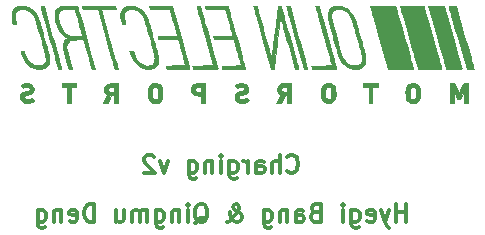
<source format=gbr>
G04 #@! TF.FileFunction,Legend,Bot*
%FSLAX46Y46*%
G04 Gerber Fmt 4.6, Leading zero omitted, Abs format (unit mm)*
G04 Created by KiCad (PCBNEW 4.0.7-e2-6376~58~ubuntu16.04.1) date Tue May  1 21:05:29 2018*
%MOMM*%
%LPD*%
G01*
G04 APERTURE LIST*
%ADD10C,0.100000*%
%ADD11C,0.300000*%
%ADD12C,0.010000*%
G04 APERTURE END LIST*
D10*
D11*
X98284143Y-110259251D02*
X98284143Y-108759251D01*
X98284143Y-109473537D02*
X97427000Y-109473537D01*
X97427000Y-110259251D02*
X97427000Y-108759251D01*
X96855571Y-109259251D02*
X96498428Y-110259251D01*
X96141286Y-109259251D02*
X96498428Y-110259251D01*
X96641286Y-110616394D01*
X96712714Y-110687823D01*
X96855571Y-110759251D01*
X94998429Y-110187823D02*
X95141286Y-110259251D01*
X95427000Y-110259251D01*
X95569857Y-110187823D01*
X95641286Y-110044966D01*
X95641286Y-109473537D01*
X95569857Y-109330680D01*
X95427000Y-109259251D01*
X95141286Y-109259251D01*
X94998429Y-109330680D01*
X94927000Y-109473537D01*
X94927000Y-109616394D01*
X95641286Y-109759251D01*
X93641286Y-109259251D02*
X93641286Y-110473537D01*
X93712715Y-110616394D01*
X93784143Y-110687823D01*
X93927000Y-110759251D01*
X94141286Y-110759251D01*
X94284143Y-110687823D01*
X93641286Y-110187823D02*
X93784143Y-110259251D01*
X94069857Y-110259251D01*
X94212715Y-110187823D01*
X94284143Y-110116394D01*
X94355572Y-109973537D01*
X94355572Y-109544966D01*
X94284143Y-109402109D01*
X94212715Y-109330680D01*
X94069857Y-109259251D01*
X93784143Y-109259251D01*
X93641286Y-109330680D01*
X92927000Y-110259251D02*
X92927000Y-109259251D01*
X92927000Y-108759251D02*
X92998429Y-108830680D01*
X92927000Y-108902109D01*
X92855572Y-108830680D01*
X92927000Y-108759251D01*
X92927000Y-108902109D01*
X90569857Y-109473537D02*
X90355571Y-109544966D01*
X90284143Y-109616394D01*
X90212714Y-109759251D01*
X90212714Y-109973537D01*
X90284143Y-110116394D01*
X90355571Y-110187823D01*
X90498429Y-110259251D01*
X91069857Y-110259251D01*
X91069857Y-108759251D01*
X90569857Y-108759251D01*
X90427000Y-108830680D01*
X90355571Y-108902109D01*
X90284143Y-109044966D01*
X90284143Y-109187823D01*
X90355571Y-109330680D01*
X90427000Y-109402109D01*
X90569857Y-109473537D01*
X91069857Y-109473537D01*
X88927000Y-110259251D02*
X88927000Y-109473537D01*
X88998429Y-109330680D01*
X89141286Y-109259251D01*
X89427000Y-109259251D01*
X89569857Y-109330680D01*
X88927000Y-110187823D02*
X89069857Y-110259251D01*
X89427000Y-110259251D01*
X89569857Y-110187823D01*
X89641286Y-110044966D01*
X89641286Y-109902109D01*
X89569857Y-109759251D01*
X89427000Y-109687823D01*
X89069857Y-109687823D01*
X88927000Y-109616394D01*
X88212714Y-109259251D02*
X88212714Y-110259251D01*
X88212714Y-109402109D02*
X88141286Y-109330680D01*
X87998428Y-109259251D01*
X87784143Y-109259251D01*
X87641286Y-109330680D01*
X87569857Y-109473537D01*
X87569857Y-110259251D01*
X86212714Y-109259251D02*
X86212714Y-110473537D01*
X86284143Y-110616394D01*
X86355571Y-110687823D01*
X86498428Y-110759251D01*
X86712714Y-110759251D01*
X86855571Y-110687823D01*
X86212714Y-110187823D02*
X86355571Y-110259251D01*
X86641285Y-110259251D01*
X86784143Y-110187823D01*
X86855571Y-110116394D01*
X86927000Y-109973537D01*
X86927000Y-109544966D01*
X86855571Y-109402109D01*
X86784143Y-109330680D01*
X86641285Y-109259251D01*
X86355571Y-109259251D01*
X86212714Y-109330680D01*
X83141285Y-110259251D02*
X83212714Y-110259251D01*
X83355571Y-110187823D01*
X83569857Y-109973537D01*
X83927000Y-109544966D01*
X84069857Y-109330680D01*
X84141285Y-109116394D01*
X84141285Y-108973537D01*
X84069857Y-108830680D01*
X83927000Y-108759251D01*
X83855571Y-108759251D01*
X83712714Y-108830680D01*
X83641285Y-108973537D01*
X83641285Y-109044966D01*
X83712714Y-109187823D01*
X83784143Y-109259251D01*
X84212714Y-109544966D01*
X84284143Y-109616394D01*
X84355571Y-109759251D01*
X84355571Y-109973537D01*
X84284143Y-110116394D01*
X84212714Y-110187823D01*
X84069857Y-110259251D01*
X83855571Y-110259251D01*
X83712714Y-110187823D01*
X83641285Y-110116394D01*
X83427000Y-109830680D01*
X83355571Y-109616394D01*
X83355571Y-109473537D01*
X80355571Y-110402109D02*
X80498428Y-110330680D01*
X80641285Y-110187823D01*
X80855571Y-109973537D01*
X80998428Y-109902109D01*
X81141285Y-109902109D01*
X81069857Y-110259251D02*
X81212714Y-110187823D01*
X81355571Y-110044966D01*
X81427000Y-109759251D01*
X81427000Y-109259251D01*
X81355571Y-108973537D01*
X81212714Y-108830680D01*
X81069857Y-108759251D01*
X80784143Y-108759251D01*
X80641285Y-108830680D01*
X80498428Y-108973537D01*
X80427000Y-109259251D01*
X80427000Y-109759251D01*
X80498428Y-110044966D01*
X80641285Y-110187823D01*
X80784143Y-110259251D01*
X81069857Y-110259251D01*
X79784142Y-110259251D02*
X79784142Y-109259251D01*
X79784142Y-108759251D02*
X79855571Y-108830680D01*
X79784142Y-108902109D01*
X79712714Y-108830680D01*
X79784142Y-108759251D01*
X79784142Y-108902109D01*
X79069856Y-109259251D02*
X79069856Y-110259251D01*
X79069856Y-109402109D02*
X78998428Y-109330680D01*
X78855570Y-109259251D01*
X78641285Y-109259251D01*
X78498428Y-109330680D01*
X78426999Y-109473537D01*
X78426999Y-110259251D01*
X77069856Y-109259251D02*
X77069856Y-110473537D01*
X77141285Y-110616394D01*
X77212713Y-110687823D01*
X77355570Y-110759251D01*
X77569856Y-110759251D01*
X77712713Y-110687823D01*
X77069856Y-110187823D02*
X77212713Y-110259251D01*
X77498427Y-110259251D01*
X77641285Y-110187823D01*
X77712713Y-110116394D01*
X77784142Y-109973537D01*
X77784142Y-109544966D01*
X77712713Y-109402109D01*
X77641285Y-109330680D01*
X77498427Y-109259251D01*
X77212713Y-109259251D01*
X77069856Y-109330680D01*
X76355570Y-110259251D02*
X76355570Y-109259251D01*
X76355570Y-109402109D02*
X76284142Y-109330680D01*
X76141284Y-109259251D01*
X75926999Y-109259251D01*
X75784142Y-109330680D01*
X75712713Y-109473537D01*
X75712713Y-110259251D01*
X75712713Y-109473537D02*
X75641284Y-109330680D01*
X75498427Y-109259251D01*
X75284142Y-109259251D01*
X75141284Y-109330680D01*
X75069856Y-109473537D01*
X75069856Y-110259251D01*
X73712713Y-109259251D02*
X73712713Y-110259251D01*
X74355570Y-109259251D02*
X74355570Y-110044966D01*
X74284142Y-110187823D01*
X74141284Y-110259251D01*
X73926999Y-110259251D01*
X73784142Y-110187823D01*
X73712713Y-110116394D01*
X71855570Y-110259251D02*
X71855570Y-108759251D01*
X71498427Y-108759251D01*
X71284142Y-108830680D01*
X71141284Y-108973537D01*
X71069856Y-109116394D01*
X70998427Y-109402109D01*
X70998427Y-109616394D01*
X71069856Y-109902109D01*
X71141284Y-110044966D01*
X71284142Y-110187823D01*
X71498427Y-110259251D01*
X71855570Y-110259251D01*
X69784142Y-110187823D02*
X69926999Y-110259251D01*
X70212713Y-110259251D01*
X70355570Y-110187823D01*
X70426999Y-110044966D01*
X70426999Y-109473537D01*
X70355570Y-109330680D01*
X70212713Y-109259251D01*
X69926999Y-109259251D01*
X69784142Y-109330680D01*
X69712713Y-109473537D01*
X69712713Y-109616394D01*
X70426999Y-109759251D01*
X69069856Y-109259251D02*
X69069856Y-110259251D01*
X69069856Y-109402109D02*
X68998428Y-109330680D01*
X68855570Y-109259251D01*
X68641285Y-109259251D01*
X68498428Y-109330680D01*
X68426999Y-109473537D01*
X68426999Y-110259251D01*
X67069856Y-109259251D02*
X67069856Y-110473537D01*
X67141285Y-110616394D01*
X67212713Y-110687823D01*
X67355570Y-110759251D01*
X67569856Y-110759251D01*
X67712713Y-110687823D01*
X67069856Y-110187823D02*
X67212713Y-110259251D01*
X67498427Y-110259251D01*
X67641285Y-110187823D01*
X67712713Y-110116394D01*
X67784142Y-109973537D01*
X67784142Y-109544966D01*
X67712713Y-109402109D01*
X67641285Y-109330680D01*
X67498427Y-109259251D01*
X67212713Y-109259251D01*
X67069856Y-109330680D01*
X88218102Y-105960954D02*
X88289531Y-106032383D01*
X88503817Y-106103811D01*
X88646674Y-106103811D01*
X88860959Y-106032383D01*
X89003817Y-105889526D01*
X89075245Y-105746669D01*
X89146674Y-105460954D01*
X89146674Y-105246669D01*
X89075245Y-104960954D01*
X89003817Y-104818097D01*
X88860959Y-104675240D01*
X88646674Y-104603811D01*
X88503817Y-104603811D01*
X88289531Y-104675240D01*
X88218102Y-104746669D01*
X87575245Y-106103811D02*
X87575245Y-104603811D01*
X86932388Y-106103811D02*
X86932388Y-105318097D01*
X87003817Y-105175240D01*
X87146674Y-105103811D01*
X87360959Y-105103811D01*
X87503817Y-105175240D01*
X87575245Y-105246669D01*
X85575245Y-106103811D02*
X85575245Y-105318097D01*
X85646674Y-105175240D01*
X85789531Y-105103811D01*
X86075245Y-105103811D01*
X86218102Y-105175240D01*
X85575245Y-106032383D02*
X85718102Y-106103811D01*
X86075245Y-106103811D01*
X86218102Y-106032383D01*
X86289531Y-105889526D01*
X86289531Y-105746669D01*
X86218102Y-105603811D01*
X86075245Y-105532383D01*
X85718102Y-105532383D01*
X85575245Y-105460954D01*
X84860959Y-106103811D02*
X84860959Y-105103811D01*
X84860959Y-105389526D02*
X84789531Y-105246669D01*
X84718102Y-105175240D01*
X84575245Y-105103811D01*
X84432388Y-105103811D01*
X83289531Y-105103811D02*
X83289531Y-106318097D01*
X83360960Y-106460954D01*
X83432388Y-106532383D01*
X83575245Y-106603811D01*
X83789531Y-106603811D01*
X83932388Y-106532383D01*
X83289531Y-106032383D02*
X83432388Y-106103811D01*
X83718102Y-106103811D01*
X83860960Y-106032383D01*
X83932388Y-105960954D01*
X84003817Y-105818097D01*
X84003817Y-105389526D01*
X83932388Y-105246669D01*
X83860960Y-105175240D01*
X83718102Y-105103811D01*
X83432388Y-105103811D01*
X83289531Y-105175240D01*
X82575245Y-106103811D02*
X82575245Y-105103811D01*
X82575245Y-104603811D02*
X82646674Y-104675240D01*
X82575245Y-104746669D01*
X82503817Y-104675240D01*
X82575245Y-104603811D01*
X82575245Y-104746669D01*
X81860959Y-105103811D02*
X81860959Y-106103811D01*
X81860959Y-105246669D02*
X81789531Y-105175240D01*
X81646673Y-105103811D01*
X81432388Y-105103811D01*
X81289531Y-105175240D01*
X81218102Y-105318097D01*
X81218102Y-106103811D01*
X79860959Y-105103811D02*
X79860959Y-106318097D01*
X79932388Y-106460954D01*
X80003816Y-106532383D01*
X80146673Y-106603811D01*
X80360959Y-106603811D01*
X80503816Y-106532383D01*
X79860959Y-106032383D02*
X80003816Y-106103811D01*
X80289530Y-106103811D01*
X80432388Y-106032383D01*
X80503816Y-105960954D01*
X80575245Y-105818097D01*
X80575245Y-105389526D01*
X80503816Y-105246669D01*
X80432388Y-105175240D01*
X80289530Y-105103811D01*
X80003816Y-105103811D01*
X79860959Y-105175240D01*
X78146673Y-105103811D02*
X77789530Y-106103811D01*
X77432388Y-105103811D01*
X76932388Y-104746669D02*
X76860959Y-104675240D01*
X76718102Y-104603811D01*
X76360959Y-104603811D01*
X76218102Y-104675240D01*
X76146673Y-104746669D01*
X76075245Y-104889526D01*
X76075245Y-105032383D01*
X76146673Y-105246669D01*
X77003816Y-106103811D01*
X76075245Y-106103811D01*
D12*
G36*
X98718976Y-98538835D02*
X98580863Y-98570973D01*
X98462787Y-98637737D01*
X98373601Y-98720261D01*
X98312009Y-98799405D01*
X98267522Y-98889007D01*
X98238371Y-98997540D01*
X98222783Y-99133475D01*
X98218989Y-99305284D01*
X98222166Y-99444766D01*
X98234545Y-99640535D01*
X98258706Y-99794052D01*
X98298194Y-99913195D01*
X98356553Y-100005841D01*
X98437330Y-100079867D01*
X98534220Y-100138157D01*
X98631344Y-100172005D01*
X98755344Y-100193718D01*
X98884785Y-100201373D01*
X98998233Y-100193046D01*
X99038826Y-100183423D01*
X99181418Y-100112278D01*
X99301180Y-100001974D01*
X99374319Y-99888974D01*
X99398436Y-99837757D01*
X99415626Y-99791851D01*
X99426853Y-99741780D01*
X99433084Y-99678064D01*
X99435282Y-99591228D01*
X99434413Y-99471794D01*
X99431738Y-99325151D01*
X99431604Y-99318961D01*
X99104942Y-99318961D01*
X99101096Y-99446848D01*
X99092157Y-99569953D01*
X99078933Y-99675077D01*
X99062234Y-99749020D01*
X99053172Y-99769641D01*
X99002217Y-99822527D01*
X98928247Y-99870535D01*
X98854758Y-99899568D01*
X98831409Y-99902701D01*
X98787058Y-99892091D01*
X98725686Y-99865674D01*
X98723889Y-99864750D01*
X98665777Y-99827413D01*
X98624040Y-99779382D01*
X98596483Y-99712634D01*
X98580909Y-99619147D01*
X98575122Y-99490898D01*
X98576748Y-99327176D01*
X98585020Y-98984585D01*
X98667971Y-98910532D01*
X98765455Y-98850573D01*
X98863471Y-98837069D01*
X98953962Y-98866405D01*
X99028871Y-98934970D01*
X99080137Y-99039148D01*
X99094116Y-99101634D01*
X99102885Y-99199490D01*
X99104942Y-99318961D01*
X99431604Y-99318961D01*
X99428325Y-99167664D01*
X99424408Y-99052006D01*
X99418672Y-98969208D01*
X99409797Y-98910307D01*
X99396468Y-98866336D01*
X99377366Y-98828329D01*
X99353154Y-98790306D01*
X99254857Y-98672002D01*
X99138810Y-98593551D01*
X98995016Y-98549502D01*
X98888837Y-98537161D01*
X98718976Y-98538835D01*
X98718976Y-98538835D01*
G37*
X98718976Y-98538835D02*
X98580863Y-98570973D01*
X98462787Y-98637737D01*
X98373601Y-98720261D01*
X98312009Y-98799405D01*
X98267522Y-98889007D01*
X98238371Y-98997540D01*
X98222783Y-99133475D01*
X98218989Y-99305284D01*
X98222166Y-99444766D01*
X98234545Y-99640535D01*
X98258706Y-99794052D01*
X98298194Y-99913195D01*
X98356553Y-100005841D01*
X98437330Y-100079867D01*
X98534220Y-100138157D01*
X98631344Y-100172005D01*
X98755344Y-100193718D01*
X98884785Y-100201373D01*
X98998233Y-100193046D01*
X99038826Y-100183423D01*
X99181418Y-100112278D01*
X99301180Y-100001974D01*
X99374319Y-99888974D01*
X99398436Y-99837757D01*
X99415626Y-99791851D01*
X99426853Y-99741780D01*
X99433084Y-99678064D01*
X99435282Y-99591228D01*
X99434413Y-99471794D01*
X99431738Y-99325151D01*
X99431604Y-99318961D01*
X99104942Y-99318961D01*
X99101096Y-99446848D01*
X99092157Y-99569953D01*
X99078933Y-99675077D01*
X99062234Y-99749020D01*
X99053172Y-99769641D01*
X99002217Y-99822527D01*
X98928247Y-99870535D01*
X98854758Y-99899568D01*
X98831409Y-99902701D01*
X98787058Y-99892091D01*
X98725686Y-99865674D01*
X98723889Y-99864750D01*
X98665777Y-99827413D01*
X98624040Y-99779382D01*
X98596483Y-99712634D01*
X98580909Y-99619147D01*
X98575122Y-99490898D01*
X98576748Y-99327176D01*
X98585020Y-98984585D01*
X98667971Y-98910532D01*
X98765455Y-98850573D01*
X98863471Y-98837069D01*
X98953962Y-98866405D01*
X99028871Y-98934970D01*
X99080137Y-99039148D01*
X99094116Y-99101634D01*
X99102885Y-99199490D01*
X99104942Y-99318961D01*
X99431604Y-99318961D01*
X99428325Y-99167664D01*
X99424408Y-99052006D01*
X99418672Y-98969208D01*
X99409797Y-98910307D01*
X99396468Y-98866336D01*
X99377366Y-98828329D01*
X99353154Y-98790306D01*
X99254857Y-98672002D01*
X99138810Y-98593551D01*
X98995016Y-98549502D01*
X98888837Y-98537161D01*
X98718976Y-98538835D01*
G36*
X91520099Y-98548353D02*
X91375433Y-98604464D01*
X91250277Y-98695883D01*
X91168613Y-98797429D01*
X91138857Y-98847396D01*
X91117777Y-98892032D01*
X91103619Y-98941607D01*
X91094627Y-99006391D01*
X91089048Y-99096655D01*
X91085125Y-99222668D01*
X91083375Y-99296260D01*
X91081672Y-99495144D01*
X91088185Y-99651794D01*
X91104941Y-99774398D01*
X91133966Y-99871144D01*
X91177288Y-99950219D01*
X91236934Y-100019810D01*
X91270141Y-100050656D01*
X91416232Y-100146703D01*
X91582648Y-100197330D01*
X91765464Y-100201752D01*
X91902051Y-100176684D01*
X92004019Y-100129389D01*
X92107173Y-100048276D01*
X92197079Y-99947865D01*
X92259305Y-99842678D01*
X92272948Y-99803517D01*
X92285912Y-99721302D01*
X92293690Y-99595172D01*
X92295995Y-99431776D01*
X92295780Y-99415161D01*
X91953609Y-99415161D01*
X91951491Y-99545179D01*
X91946191Y-99635458D01*
X91936056Y-99697033D01*
X91919435Y-99740943D01*
X91900360Y-99770761D01*
X91813632Y-99854790D01*
X91717522Y-99891989D01*
X91619312Y-99881743D01*
X91526283Y-99823436D01*
X91507150Y-99804004D01*
X91469533Y-99753987D01*
X91445317Y-99694347D01*
X91429451Y-99609346D01*
X91421640Y-99537504D01*
X91413926Y-99371549D01*
X91420510Y-99210364D01*
X91440149Y-99069865D01*
X91465093Y-98981332D01*
X91517155Y-98909573D01*
X91599693Y-98857132D01*
X91692830Y-98836576D01*
X91694009Y-98836574D01*
X91754959Y-98849732D01*
X91826091Y-98881731D01*
X91833592Y-98886163D01*
X91879195Y-98921675D01*
X91912159Y-98969422D01*
X91934273Y-99037290D01*
X91947325Y-99133164D01*
X91953105Y-99264929D01*
X91953609Y-99415161D01*
X92295780Y-99415161D01*
X92294365Y-99306139D01*
X92290728Y-99157984D01*
X92286328Y-99050570D01*
X92279481Y-98973844D01*
X92268507Y-98917755D01*
X92251721Y-98872253D01*
X92227443Y-98827284D01*
X92209228Y-98797425D01*
X92107093Y-98676994D01*
X91977773Y-98591871D01*
X91830608Y-98542057D01*
X91674937Y-98527551D01*
X91520099Y-98548353D01*
X91520099Y-98548353D01*
G37*
X91520099Y-98548353D02*
X91375433Y-98604464D01*
X91250277Y-98695883D01*
X91168613Y-98797429D01*
X91138857Y-98847396D01*
X91117777Y-98892032D01*
X91103619Y-98941607D01*
X91094627Y-99006391D01*
X91089048Y-99096655D01*
X91085125Y-99222668D01*
X91083375Y-99296260D01*
X91081672Y-99495144D01*
X91088185Y-99651794D01*
X91104941Y-99774398D01*
X91133966Y-99871144D01*
X91177288Y-99950219D01*
X91236934Y-100019810D01*
X91270141Y-100050656D01*
X91416232Y-100146703D01*
X91582648Y-100197330D01*
X91765464Y-100201752D01*
X91902051Y-100176684D01*
X92004019Y-100129389D01*
X92107173Y-100048276D01*
X92197079Y-99947865D01*
X92259305Y-99842678D01*
X92272948Y-99803517D01*
X92285912Y-99721302D01*
X92293690Y-99595172D01*
X92295995Y-99431776D01*
X92295780Y-99415161D01*
X91953609Y-99415161D01*
X91951491Y-99545179D01*
X91946191Y-99635458D01*
X91936056Y-99697033D01*
X91919435Y-99740943D01*
X91900360Y-99770761D01*
X91813632Y-99854790D01*
X91717522Y-99891989D01*
X91619312Y-99881743D01*
X91526283Y-99823436D01*
X91507150Y-99804004D01*
X91469533Y-99753987D01*
X91445317Y-99694347D01*
X91429451Y-99609346D01*
X91421640Y-99537504D01*
X91413926Y-99371549D01*
X91420510Y-99210364D01*
X91440149Y-99069865D01*
X91465093Y-98981332D01*
X91517155Y-98909573D01*
X91599693Y-98857132D01*
X91692830Y-98836576D01*
X91694009Y-98836574D01*
X91754959Y-98849732D01*
X91826091Y-98881731D01*
X91833592Y-98886163D01*
X91879195Y-98921675D01*
X91912159Y-98969422D01*
X91934273Y-99037290D01*
X91947325Y-99133164D01*
X91953105Y-99264929D01*
X91953609Y-99415161D01*
X92295780Y-99415161D01*
X92294365Y-99306139D01*
X92290728Y-99157984D01*
X92286328Y-99050570D01*
X92279481Y-98973844D01*
X92268507Y-98917755D01*
X92251721Y-98872253D01*
X92227443Y-98827284D01*
X92209228Y-98797425D01*
X92107093Y-98676994D01*
X91977773Y-98591871D01*
X91830608Y-98542057D01*
X91674937Y-98527551D01*
X91520099Y-98548353D01*
G36*
X84147386Y-98545116D02*
X84001593Y-98581030D01*
X83884217Y-98636496D01*
X83816860Y-98694304D01*
X83800096Y-98723084D01*
X83806470Y-98753478D01*
X83841487Y-98797656D01*
X83882852Y-98840163D01*
X83985003Y-98942315D01*
X84083735Y-98889397D01*
X84196686Y-98847447D01*
X84315082Y-98834023D01*
X84423519Y-98848790D01*
X84506594Y-98891409D01*
X84514575Y-98898825D01*
X84566423Y-98969582D01*
X84572088Y-99038859D01*
X84552226Y-99089161D01*
X84530138Y-99120452D01*
X84496050Y-99144345D01*
X84440067Y-99164545D01*
X84352293Y-99184755D01*
X84241937Y-99205306D01*
X84072318Y-99244165D01*
X83946144Y-99295534D01*
X83856581Y-99364662D01*
X83796794Y-99456798D01*
X83760358Y-99575200D01*
X83749248Y-99739883D01*
X83784981Y-99887747D01*
X83865430Y-100014306D01*
X83988467Y-100115074D01*
X84026440Y-100136124D01*
X84128119Y-100170906D01*
X84261141Y-100192922D01*
X84407408Y-100201079D01*
X84548823Y-100194283D01*
X84657678Y-100174282D01*
X84744512Y-100141164D01*
X84830389Y-100094586D01*
X84902582Y-100043181D01*
X84948359Y-99995583D01*
X84957920Y-99970642D01*
X84940921Y-99936420D01*
X84897224Y-99882259D01*
X84858199Y-99841613D01*
X84758477Y-99744238D01*
X84692804Y-99795896D01*
X84582012Y-99856190D01*
X84450182Y-99887581D01*
X84314729Y-99888756D01*
X84193066Y-99858401D01*
X84151470Y-99836701D01*
X84108930Y-99783147D01*
X84093517Y-99707276D01*
X84106722Y-99630625D01*
X84134235Y-99587594D01*
X84167473Y-99556098D01*
X84178685Y-99547645D01*
X84239746Y-99540945D01*
X84332416Y-99523946D01*
X84440649Y-99500378D01*
X84548399Y-99473974D01*
X84639620Y-99448466D01*
X84698266Y-99427587D01*
X84701368Y-99426077D01*
X84796874Y-99351035D01*
X84863002Y-99244826D01*
X84898500Y-99118589D01*
X84902117Y-98983461D01*
X84872599Y-98850579D01*
X84808696Y-98731081D01*
X84783014Y-98699927D01*
X84683467Y-98615452D01*
X84562286Y-98561956D01*
X84410087Y-98536114D01*
X84310220Y-98532485D01*
X84147386Y-98545116D01*
X84147386Y-98545116D01*
G37*
X84147386Y-98545116D02*
X84001593Y-98581030D01*
X83884217Y-98636496D01*
X83816860Y-98694304D01*
X83800096Y-98723084D01*
X83806470Y-98753478D01*
X83841487Y-98797656D01*
X83882852Y-98840163D01*
X83985003Y-98942315D01*
X84083735Y-98889397D01*
X84196686Y-98847447D01*
X84315082Y-98834023D01*
X84423519Y-98848790D01*
X84506594Y-98891409D01*
X84514575Y-98898825D01*
X84566423Y-98969582D01*
X84572088Y-99038859D01*
X84552226Y-99089161D01*
X84530138Y-99120452D01*
X84496050Y-99144345D01*
X84440067Y-99164545D01*
X84352293Y-99184755D01*
X84241937Y-99205306D01*
X84072318Y-99244165D01*
X83946144Y-99295534D01*
X83856581Y-99364662D01*
X83796794Y-99456798D01*
X83760358Y-99575200D01*
X83749248Y-99739883D01*
X83784981Y-99887747D01*
X83865430Y-100014306D01*
X83988467Y-100115074D01*
X84026440Y-100136124D01*
X84128119Y-100170906D01*
X84261141Y-100192922D01*
X84407408Y-100201079D01*
X84548823Y-100194283D01*
X84657678Y-100174282D01*
X84744512Y-100141164D01*
X84830389Y-100094586D01*
X84902582Y-100043181D01*
X84948359Y-99995583D01*
X84957920Y-99970642D01*
X84940921Y-99936420D01*
X84897224Y-99882259D01*
X84858199Y-99841613D01*
X84758477Y-99744238D01*
X84692804Y-99795896D01*
X84582012Y-99856190D01*
X84450182Y-99887581D01*
X84314729Y-99888756D01*
X84193066Y-99858401D01*
X84151470Y-99836701D01*
X84108930Y-99783147D01*
X84093517Y-99707276D01*
X84106722Y-99630625D01*
X84134235Y-99587594D01*
X84167473Y-99556098D01*
X84178685Y-99547645D01*
X84239746Y-99540945D01*
X84332416Y-99523946D01*
X84440649Y-99500378D01*
X84548399Y-99473974D01*
X84639620Y-99448466D01*
X84698266Y-99427587D01*
X84701368Y-99426077D01*
X84796874Y-99351035D01*
X84863002Y-99244826D01*
X84898500Y-99118589D01*
X84902117Y-98983461D01*
X84872599Y-98850579D01*
X84808696Y-98731081D01*
X84783014Y-98699927D01*
X84683467Y-98615452D01*
X84562286Y-98561956D01*
X84410087Y-98536114D01*
X84310220Y-98532485D01*
X84147386Y-98545116D01*
G36*
X76835252Y-98552298D02*
X76682396Y-98610931D01*
X76561546Y-98708880D01*
X76472394Y-98846331D01*
X76460996Y-98872132D01*
X76437421Y-98957509D01*
X76419295Y-99079641D01*
X76407331Y-99224702D01*
X76402242Y-99378868D01*
X76404740Y-99528314D01*
X76415538Y-99659217D01*
X76419133Y-99684374D01*
X76462134Y-99853584D01*
X76534422Y-99985739D01*
X76640565Y-100088166D01*
X76691552Y-100121303D01*
X76816245Y-100172329D01*
X76963545Y-100199431D01*
X77112318Y-100200612D01*
X77241430Y-100173874D01*
X77242722Y-100173395D01*
X77395914Y-100091566D01*
X77514584Y-99974993D01*
X77569752Y-99884920D01*
X77592963Y-99833202D01*
X77609231Y-99782148D01*
X77619789Y-99721406D01*
X77625867Y-99640626D01*
X77628696Y-99529456D01*
X77628917Y-99489110D01*
X77284627Y-99489110D01*
X77276820Y-99623117D01*
X77257777Y-99721192D01*
X77225501Y-99790511D01*
X77177995Y-99838247D01*
X77129321Y-99865012D01*
X77062782Y-99892105D01*
X77017230Y-99899241D01*
X76967494Y-99886549D01*
X76917091Y-99866094D01*
X76853792Y-99829319D01*
X76808335Y-99775000D01*
X76778232Y-99695578D01*
X76760993Y-99583496D01*
X76754132Y-99431196D01*
X76753720Y-99369880D01*
X76757936Y-99203275D01*
X76770318Y-99078948D01*
X76789137Y-99004083D01*
X76852579Y-98906328D01*
X76938121Y-98850128D01*
X77036243Y-98837697D01*
X77137425Y-98871246D01*
X77191470Y-98910580D01*
X77274420Y-98984680D01*
X77283193Y-99311998D01*
X77284627Y-99489110D01*
X77628917Y-99489110D01*
X77629502Y-99382580D01*
X77627726Y-99201775D01*
X77620462Y-99062337D01*
X77605640Y-98954945D01*
X77581192Y-98870281D01*
X77545048Y-98799025D01*
X77495140Y-98731859D01*
X77481500Y-98716014D01*
X77372556Y-98619597D01*
X77243611Y-98560371D01*
X77085269Y-98534601D01*
X77020420Y-98532795D01*
X76835252Y-98552298D01*
X76835252Y-98552298D01*
G37*
X76835252Y-98552298D02*
X76682396Y-98610931D01*
X76561546Y-98708880D01*
X76472394Y-98846331D01*
X76460996Y-98872132D01*
X76437421Y-98957509D01*
X76419295Y-99079641D01*
X76407331Y-99224702D01*
X76402242Y-99378868D01*
X76404740Y-99528314D01*
X76415538Y-99659217D01*
X76419133Y-99684374D01*
X76462134Y-99853584D01*
X76534422Y-99985739D01*
X76640565Y-100088166D01*
X76691552Y-100121303D01*
X76816245Y-100172329D01*
X76963545Y-100199431D01*
X77112318Y-100200612D01*
X77241430Y-100173874D01*
X77242722Y-100173395D01*
X77395914Y-100091566D01*
X77514584Y-99974993D01*
X77569752Y-99884920D01*
X77592963Y-99833202D01*
X77609231Y-99782148D01*
X77619789Y-99721406D01*
X77625867Y-99640626D01*
X77628696Y-99529456D01*
X77628917Y-99489110D01*
X77284627Y-99489110D01*
X77276820Y-99623117D01*
X77257777Y-99721192D01*
X77225501Y-99790511D01*
X77177995Y-99838247D01*
X77129321Y-99865012D01*
X77062782Y-99892105D01*
X77017230Y-99899241D01*
X76967494Y-99886549D01*
X76917091Y-99866094D01*
X76853792Y-99829319D01*
X76808335Y-99775000D01*
X76778232Y-99695578D01*
X76760993Y-99583496D01*
X76754132Y-99431196D01*
X76753720Y-99369880D01*
X76757936Y-99203275D01*
X76770318Y-99078948D01*
X76789137Y-99004083D01*
X76852579Y-98906328D01*
X76938121Y-98850128D01*
X77036243Y-98837697D01*
X77137425Y-98871246D01*
X77191470Y-98910580D01*
X77274420Y-98984680D01*
X77283193Y-99311998D01*
X77284627Y-99489110D01*
X77628917Y-99489110D01*
X77629502Y-99382580D01*
X77627726Y-99201775D01*
X77620462Y-99062337D01*
X77605640Y-98954945D01*
X77581192Y-98870281D01*
X77545048Y-98799025D01*
X77495140Y-98731859D01*
X77481500Y-98716014D01*
X77372556Y-98619597D01*
X77243611Y-98560371D01*
X77085269Y-98534601D01*
X77020420Y-98532795D01*
X76835252Y-98552298D01*
G36*
X65952367Y-98544072D02*
X65892048Y-98556841D01*
X65807394Y-98590485D01*
X65726775Y-98633688D01*
X65663434Y-98678075D01*
X65630613Y-98715274D01*
X65628694Y-98723375D01*
X65645487Y-98754867D01*
X65688719Y-98806789D01*
X65724810Y-98843994D01*
X65821100Y-98938018D01*
X65920681Y-98887249D01*
X66036778Y-98845110D01*
X66150339Y-98833434D01*
X66251803Y-98849696D01*
X66331608Y-98891370D01*
X66380193Y-98955931D01*
X66390520Y-99011332D01*
X66379063Y-99074193D01*
X66340296Y-99122385D01*
X66267630Y-99159934D01*
X66154472Y-99190864D01*
X66070317Y-99206907D01*
X65906091Y-99242931D01*
X65784501Y-99289278D01*
X65697690Y-99350700D01*
X65637801Y-99431949D01*
X65615248Y-99482144D01*
X65579443Y-99637526D01*
X65587627Y-99789253D01*
X65636556Y-99928226D01*
X65722986Y-100045342D01*
X65843675Y-100131499D01*
X65847284Y-100133266D01*
X65959109Y-100170680D01*
X66100190Y-100194203D01*
X66250485Y-100202212D01*
X66389954Y-100193084D01*
X66448065Y-100181915D01*
X66551181Y-100147971D01*
X66652550Y-100101352D01*
X66734512Y-100051011D01*
X66770978Y-100018233D01*
X66785477Y-99990762D01*
X66777031Y-99959119D01*
X66740150Y-99912200D01*
X66695316Y-99865175D01*
X66585496Y-99753277D01*
X66517961Y-99801366D01*
X66418153Y-99851917D01*
X66295636Y-99885633D01*
X66175295Y-99896837D01*
X66121412Y-99891803D01*
X66035837Y-99860181D01*
X65962915Y-99806331D01*
X65916816Y-99742715D01*
X65907920Y-99704048D01*
X65922172Y-99637347D01*
X65968726Y-99586368D01*
X66053277Y-99547547D01*
X66181524Y-99517319D01*
X66215484Y-99511578D01*
X66389506Y-99475587D01*
X66520097Y-99428062D01*
X66614158Y-99364352D01*
X66678591Y-99279805D01*
X66719799Y-99171652D01*
X66738800Y-99011170D01*
X66710821Y-98861307D01*
X66638502Y-98729271D01*
X66524486Y-98622274D01*
X66516579Y-98616941D01*
X66452478Y-98580045D01*
X66385706Y-98557054D01*
X66299220Y-98543633D01*
X66201264Y-98536706D01*
X66066189Y-98535049D01*
X65952367Y-98544072D01*
X65952367Y-98544072D01*
G37*
X65952367Y-98544072D02*
X65892048Y-98556841D01*
X65807394Y-98590485D01*
X65726775Y-98633688D01*
X65663434Y-98678075D01*
X65630613Y-98715274D01*
X65628694Y-98723375D01*
X65645487Y-98754867D01*
X65688719Y-98806789D01*
X65724810Y-98843994D01*
X65821100Y-98938018D01*
X65920681Y-98887249D01*
X66036778Y-98845110D01*
X66150339Y-98833434D01*
X66251803Y-98849696D01*
X66331608Y-98891370D01*
X66380193Y-98955931D01*
X66390520Y-99011332D01*
X66379063Y-99074193D01*
X66340296Y-99122385D01*
X66267630Y-99159934D01*
X66154472Y-99190864D01*
X66070317Y-99206907D01*
X65906091Y-99242931D01*
X65784501Y-99289278D01*
X65697690Y-99350700D01*
X65637801Y-99431949D01*
X65615248Y-99482144D01*
X65579443Y-99637526D01*
X65587627Y-99789253D01*
X65636556Y-99928226D01*
X65722986Y-100045342D01*
X65843675Y-100131499D01*
X65847284Y-100133266D01*
X65959109Y-100170680D01*
X66100190Y-100194203D01*
X66250485Y-100202212D01*
X66389954Y-100193084D01*
X66448065Y-100181915D01*
X66551181Y-100147971D01*
X66652550Y-100101352D01*
X66734512Y-100051011D01*
X66770978Y-100018233D01*
X66785477Y-99990762D01*
X66777031Y-99959119D01*
X66740150Y-99912200D01*
X66695316Y-99865175D01*
X66585496Y-99753277D01*
X66517961Y-99801366D01*
X66418153Y-99851917D01*
X66295636Y-99885633D01*
X66175295Y-99896837D01*
X66121412Y-99891803D01*
X66035837Y-99860181D01*
X65962915Y-99806331D01*
X65916816Y-99742715D01*
X65907920Y-99704048D01*
X65922172Y-99637347D01*
X65968726Y-99586368D01*
X66053277Y-99547547D01*
X66181524Y-99517319D01*
X66215484Y-99511578D01*
X66389506Y-99475587D01*
X66520097Y-99428062D01*
X66614158Y-99364352D01*
X66678591Y-99279805D01*
X66719799Y-99171652D01*
X66738800Y-99011170D01*
X66710821Y-98861307D01*
X66638502Y-98729271D01*
X66524486Y-98622274D01*
X66516579Y-98616941D01*
X66452478Y-98580045D01*
X66385706Y-98557054D01*
X66299220Y-98543633D01*
X66201264Y-98536706D01*
X66066189Y-98535049D01*
X65952367Y-98544072D01*
G36*
X102931674Y-98962755D02*
X102722452Y-99393830D01*
X102310220Y-98531680D01*
X101975920Y-98531680D01*
X101975920Y-100182680D01*
X102306120Y-100182680D01*
X102309072Y-99280980D01*
X102453126Y-99566730D01*
X102597181Y-99852480D01*
X102853260Y-99852480D01*
X102997315Y-99566730D01*
X103141369Y-99280980D01*
X103142845Y-99731830D01*
X103144320Y-100182680D01*
X103474520Y-100182680D01*
X103474520Y-98531680D01*
X103140897Y-98531680D01*
X102931674Y-98962755D01*
X102931674Y-98962755D01*
G37*
X102931674Y-98962755D02*
X102722452Y-99393830D01*
X102310220Y-98531680D01*
X101975920Y-98531680D01*
X101975920Y-100182680D01*
X102306120Y-100182680D01*
X102309072Y-99280980D01*
X102453126Y-99566730D01*
X102597181Y-99852480D01*
X102853260Y-99852480D01*
X102997315Y-99566730D01*
X103141369Y-99280980D01*
X103142845Y-99731830D01*
X103144320Y-100182680D01*
X103474520Y-100182680D01*
X103474520Y-98531680D01*
X103140897Y-98531680D01*
X102931674Y-98962755D01*
G36*
X94660720Y-98836480D02*
X95092520Y-98836480D01*
X95092520Y-100182680D01*
X95422720Y-100182680D01*
X95422720Y-98836480D01*
X95854520Y-98836480D01*
X95854520Y-98531680D01*
X94660720Y-98531680D01*
X94660720Y-98836480D01*
X94660720Y-98836480D01*
G37*
X94660720Y-98836480D02*
X95092520Y-98836480D01*
X95092520Y-100182680D01*
X95422720Y-100182680D01*
X95422720Y-98836480D01*
X95854520Y-98836480D01*
X95854520Y-98531680D01*
X94660720Y-98531680D01*
X94660720Y-98836480D01*
G36*
X88190070Y-98532285D02*
X88052694Y-98534140D01*
X87925254Y-98538783D01*
X87820623Y-98545548D01*
X87751673Y-98553772D01*
X87744267Y-98555305D01*
X87599902Y-98612739D01*
X87484939Y-98706654D01*
X87404060Y-98829150D01*
X87361942Y-98972330D01*
X87363267Y-99128294D01*
X87373850Y-99180491D01*
X87407511Y-99265260D01*
X87460677Y-99349228D01*
X87522721Y-99419532D01*
X87583017Y-99463303D01*
X87614193Y-99471480D01*
X87622009Y-99487072D01*
X87607735Y-99535843D01*
X87570129Y-99620788D01*
X87507952Y-99744900D01*
X87473647Y-99810495D01*
X87411308Y-99929654D01*
X87358422Y-100032736D01*
X87319127Y-100111516D01*
X87297562Y-100157769D01*
X87294720Y-100166095D01*
X87318094Y-100173860D01*
X87380130Y-100179679D01*
X87468696Y-100182543D01*
X87494240Y-100182680D01*
X87693759Y-100182680D01*
X87843490Y-99865465D01*
X87993220Y-99548251D01*
X88101170Y-99547965D01*
X88209120Y-99547680D01*
X88209120Y-100182680D01*
X88539320Y-100182680D01*
X88539320Y-99242880D01*
X88209120Y-99242880D01*
X88017466Y-99242880D01*
X87915503Y-99240981D01*
X87849521Y-99232871D01*
X87804767Y-99214929D01*
X87766489Y-99183533D01*
X87763466Y-99180534D01*
X87711234Y-99099685D01*
X87709188Y-99013891D01*
X87757372Y-98926354D01*
X87759985Y-98923279D01*
X87796354Y-98887436D01*
X87839035Y-98865182D01*
X87902337Y-98851957D01*
X88000568Y-98843200D01*
X88013985Y-98842322D01*
X88209120Y-98829799D01*
X88209120Y-99242880D01*
X88539320Y-99242880D01*
X88539320Y-98531680D01*
X88190070Y-98532285D01*
X88190070Y-98532285D01*
G37*
X88190070Y-98532285D02*
X88052694Y-98534140D01*
X87925254Y-98538783D01*
X87820623Y-98545548D01*
X87751673Y-98553772D01*
X87744267Y-98555305D01*
X87599902Y-98612739D01*
X87484939Y-98706654D01*
X87404060Y-98829150D01*
X87361942Y-98972330D01*
X87363267Y-99128294D01*
X87373850Y-99180491D01*
X87407511Y-99265260D01*
X87460677Y-99349228D01*
X87522721Y-99419532D01*
X87583017Y-99463303D01*
X87614193Y-99471480D01*
X87622009Y-99487072D01*
X87607735Y-99535843D01*
X87570129Y-99620788D01*
X87507952Y-99744900D01*
X87473647Y-99810495D01*
X87411308Y-99929654D01*
X87358422Y-100032736D01*
X87319127Y-100111516D01*
X87297562Y-100157769D01*
X87294720Y-100166095D01*
X87318094Y-100173860D01*
X87380130Y-100179679D01*
X87468696Y-100182543D01*
X87494240Y-100182680D01*
X87693759Y-100182680D01*
X87843490Y-99865465D01*
X87993220Y-99548251D01*
X88101170Y-99547965D01*
X88209120Y-99547680D01*
X88209120Y-100182680D01*
X88539320Y-100182680D01*
X88539320Y-99242880D01*
X88209120Y-99242880D01*
X88017466Y-99242880D01*
X87915503Y-99240981D01*
X87849521Y-99232871D01*
X87804767Y-99214929D01*
X87766489Y-99183533D01*
X87763466Y-99180534D01*
X87711234Y-99099685D01*
X87709188Y-99013891D01*
X87757372Y-98926354D01*
X87759985Y-98923279D01*
X87796354Y-98887436D01*
X87839035Y-98865182D01*
X87902337Y-98851957D01*
X88000568Y-98843200D01*
X88013985Y-98842322D01*
X88209120Y-98829799D01*
X88209120Y-99242880D01*
X88539320Y-99242880D01*
X88539320Y-98531680D01*
X88190070Y-98532285D01*
G36*
X80887570Y-98531821D02*
X80708841Y-98533850D01*
X80571171Y-98540877D01*
X80464928Y-98554554D01*
X80380483Y-98576532D01*
X80308204Y-98608461D01*
X80255933Y-98640100D01*
X80165632Y-98728207D01*
X80099424Y-98848862D01*
X80061241Y-98987985D01*
X80055016Y-99131496D01*
X80082736Y-99260276D01*
X80156433Y-99388095D01*
X80268305Y-99482448D01*
X80418375Y-99543345D01*
X80606669Y-99570801D01*
X80671670Y-99572522D01*
X80893920Y-99573080D01*
X80893920Y-100182680D01*
X81249520Y-100182680D01*
X81249520Y-98836480D01*
X80893920Y-98836480D01*
X80893920Y-99268280D01*
X80719546Y-99268280D01*
X80612354Y-99264294D01*
X80540093Y-99250167D01*
X80487363Y-99222644D01*
X80481100Y-99217881D01*
X80415975Y-99139596D01*
X80398416Y-99048679D01*
X80422710Y-98966014D01*
X80483553Y-98896955D01*
X80582587Y-98854342D01*
X80722818Y-98837015D01*
X80758011Y-98836480D01*
X80893920Y-98836480D01*
X81249520Y-98836480D01*
X81249520Y-98531680D01*
X80887570Y-98531821D01*
X80887570Y-98531821D01*
G37*
X80887570Y-98531821D02*
X80708841Y-98533850D01*
X80571171Y-98540877D01*
X80464928Y-98554554D01*
X80380483Y-98576532D01*
X80308204Y-98608461D01*
X80255933Y-98640100D01*
X80165632Y-98728207D01*
X80099424Y-98848862D01*
X80061241Y-98987985D01*
X80055016Y-99131496D01*
X80082736Y-99260276D01*
X80156433Y-99388095D01*
X80268305Y-99482448D01*
X80418375Y-99543345D01*
X80606669Y-99570801D01*
X80671670Y-99572522D01*
X80893920Y-99573080D01*
X80893920Y-100182680D01*
X81249520Y-100182680D01*
X81249520Y-98836480D01*
X80893920Y-98836480D01*
X80893920Y-99268280D01*
X80719546Y-99268280D01*
X80612354Y-99264294D01*
X80540093Y-99250167D01*
X80487363Y-99222644D01*
X80481100Y-99217881D01*
X80415975Y-99139596D01*
X80398416Y-99048679D01*
X80422710Y-98966014D01*
X80483553Y-98896955D01*
X80582587Y-98854342D01*
X80722818Y-98837015D01*
X80758011Y-98836480D01*
X80893920Y-98836480D01*
X81249520Y-98836480D01*
X81249520Y-98531680D01*
X80887570Y-98531821D01*
G36*
X73521570Y-98531821D02*
X73335691Y-98534300D01*
X73191411Y-98542683D01*
X73079708Y-98558635D01*
X72991557Y-98583822D01*
X72917937Y-98619909D01*
X72871106Y-98651875D01*
X72781581Y-98749036D01*
X72720531Y-98875985D01*
X72691500Y-99018250D01*
X72698030Y-99161358D01*
X72724367Y-99251231D01*
X72767084Y-99320982D01*
X72831705Y-99393796D01*
X72901218Y-99452382D01*
X72945941Y-99476453D01*
X72946222Y-99501918D01*
X72922637Y-99566887D01*
X72877033Y-99667056D01*
X72811259Y-99798119D01*
X72792261Y-99834482D01*
X72609085Y-100182680D01*
X73023408Y-100182680D01*
X73327162Y-99547680D01*
X73527920Y-99547680D01*
X73527920Y-100182680D01*
X73883520Y-100182680D01*
X73883520Y-98836480D01*
X73527920Y-98836480D01*
X73527920Y-99242880D01*
X73343770Y-99242072D01*
X73233836Y-99236777D01*
X73152046Y-99223199D01*
X73116169Y-99208252D01*
X73056528Y-99134854D01*
X73037072Y-99045176D01*
X73057335Y-98964806D01*
X73118706Y-98896058D01*
X73219354Y-98853725D01*
X73361703Y-98836877D01*
X73392011Y-98836480D01*
X73527920Y-98836480D01*
X73883520Y-98836480D01*
X73883520Y-98531680D01*
X73521570Y-98531821D01*
X73521570Y-98531821D01*
G37*
X73521570Y-98531821D02*
X73335691Y-98534300D01*
X73191411Y-98542683D01*
X73079708Y-98558635D01*
X72991557Y-98583822D01*
X72917937Y-98619909D01*
X72871106Y-98651875D01*
X72781581Y-98749036D01*
X72720531Y-98875985D01*
X72691500Y-99018250D01*
X72698030Y-99161358D01*
X72724367Y-99251231D01*
X72767084Y-99320982D01*
X72831705Y-99393796D01*
X72901218Y-99452382D01*
X72945941Y-99476453D01*
X72946222Y-99501918D01*
X72922637Y-99566887D01*
X72877033Y-99667056D01*
X72811259Y-99798119D01*
X72792261Y-99834482D01*
X72609085Y-100182680D01*
X73023408Y-100182680D01*
X73327162Y-99547680D01*
X73527920Y-99547680D01*
X73527920Y-100182680D01*
X73883520Y-100182680D01*
X73883520Y-98836480D01*
X73527920Y-98836480D01*
X73527920Y-99242880D01*
X73343770Y-99242072D01*
X73233836Y-99236777D01*
X73152046Y-99223199D01*
X73116169Y-99208252D01*
X73056528Y-99134854D01*
X73037072Y-99045176D01*
X73057335Y-98964806D01*
X73118706Y-98896058D01*
X73219354Y-98853725D01*
X73361703Y-98836877D01*
X73392011Y-98836480D01*
X73527920Y-98836480D01*
X73883520Y-98836480D01*
X73883520Y-98531680D01*
X73521570Y-98531821D01*
G36*
X69108320Y-98836480D02*
X69540120Y-98836480D01*
X69540120Y-100182680D01*
X69895720Y-100182680D01*
X69895720Y-98836480D01*
X70302120Y-98836480D01*
X70302120Y-98531680D01*
X69108320Y-98531680D01*
X69108320Y-98836480D01*
X69108320Y-98836480D01*
G37*
X69108320Y-98836480D02*
X69540120Y-98836480D01*
X69540120Y-100182680D01*
X69895720Y-100182680D01*
X69895720Y-98836480D01*
X70302120Y-98836480D01*
X70302120Y-98531680D01*
X69108320Y-98531680D01*
X69108320Y-98836480D01*
G36*
X102043110Y-91978787D02*
X101957960Y-91980779D01*
X101907239Y-91986060D01*
X101882762Y-91996236D01*
X101876344Y-92012912D01*
X101879400Y-92035629D01*
X101887766Y-92067371D01*
X101909217Y-92144688D01*
X101942827Y-92264325D01*
X101987671Y-92423028D01*
X102042823Y-92617543D01*
X102107356Y-92844614D01*
X102180346Y-93100988D01*
X102260865Y-93383410D01*
X102347990Y-93688626D01*
X102440793Y-94013380D01*
X102538349Y-94354418D01*
X102638011Y-94702477D01*
X103385620Y-97312175D01*
X103695556Y-97312327D01*
X104005491Y-97312480D01*
X103972923Y-97204264D01*
X103961549Y-97165326D01*
X103937152Y-97080929D01*
X103900702Y-96954449D01*
X103853169Y-96789262D01*
X103795523Y-96588744D01*
X103728732Y-96356270D01*
X103653767Y-96095217D01*
X103571598Y-95808960D01*
X103483194Y-95500876D01*
X103389525Y-95174341D01*
X103291560Y-94832730D01*
X103206852Y-94537264D01*
X102473349Y-91978480D01*
X102170874Y-91978480D01*
X102043110Y-91978787D01*
X102043110Y-91978787D01*
G37*
X102043110Y-91978787D02*
X101957960Y-91980779D01*
X101907239Y-91986060D01*
X101882762Y-91996236D01*
X101876344Y-92012912D01*
X101879400Y-92035629D01*
X101887766Y-92067371D01*
X101909217Y-92144688D01*
X101942827Y-92264325D01*
X101987671Y-92423028D01*
X102042823Y-92617543D01*
X102107356Y-92844614D01*
X102180346Y-93100988D01*
X102260865Y-93383410D01*
X102347990Y-93688626D01*
X102440793Y-94013380D01*
X102538349Y-94354418D01*
X102638011Y-94702477D01*
X103385620Y-97312175D01*
X103695556Y-97312327D01*
X104005491Y-97312480D01*
X103972923Y-97204264D01*
X103961549Y-97165326D01*
X103937152Y-97080929D01*
X103900702Y-96954449D01*
X103853169Y-96789262D01*
X103795523Y-96588744D01*
X103728732Y-96356270D01*
X103653767Y-96095217D01*
X103571598Y-95808960D01*
X103483194Y-95500876D01*
X103389525Y-95174341D01*
X103291560Y-94832730D01*
X103206852Y-94537264D01*
X102473349Y-91978480D01*
X102170874Y-91978480D01*
X102043110Y-91978787D01*
G36*
X100330706Y-91982364D02*
X100250213Y-91984760D01*
X100198083Y-91989247D01*
X100168708Y-91996158D01*
X100156480Y-92005827D01*
X100155790Y-92018587D01*
X100156822Y-92022497D01*
X100165552Y-92052735D01*
X100187296Y-92128470D01*
X100221097Y-92246360D01*
X100265998Y-92403059D01*
X100321042Y-92595225D01*
X100385270Y-92819514D01*
X100457726Y-93072583D01*
X100537452Y-93351088D01*
X100623491Y-93651686D01*
X100714885Y-93971033D01*
X100810677Y-94305786D01*
X100871535Y-94518480D01*
X100970487Y-94864276D01*
X101066276Y-95198944D01*
X101157878Y-95518907D01*
X101244269Y-95820591D01*
X101324424Y-96100422D01*
X101397318Y-96354824D01*
X101461929Y-96580223D01*
X101517230Y-96773044D01*
X101562198Y-96929712D01*
X101595809Y-97046653D01*
X101617037Y-97120291D01*
X101623060Y-97141030D01*
X101673272Y-97312480D01*
X102319896Y-97312480D01*
X102527157Y-97311931D01*
X102688241Y-97310134D01*
X102807761Y-97306862D01*
X102890330Y-97301888D01*
X102940559Y-97294985D01*
X102963063Y-97285925D01*
X102965371Y-97280730D01*
X102958335Y-97252505D01*
X102938149Y-97178664D01*
X102905724Y-97062406D01*
X102861968Y-96906932D01*
X102807792Y-96715440D01*
X102744104Y-96491130D01*
X102671816Y-96237202D01*
X102591837Y-95956855D01*
X102505076Y-95653289D01*
X102412443Y-95329703D01*
X102314849Y-94989297D01*
X102213202Y-94635271D01*
X102208837Y-94620080D01*
X101453454Y-91991180D01*
X100798438Y-91984397D01*
X100599210Y-91982516D01*
X100445169Y-91981727D01*
X100330706Y-91982364D01*
X100330706Y-91982364D01*
G37*
X100330706Y-91982364D02*
X100250213Y-91984760D01*
X100198083Y-91989247D01*
X100168708Y-91996158D01*
X100156480Y-92005827D01*
X100155790Y-92018587D01*
X100156822Y-92022497D01*
X100165552Y-92052735D01*
X100187296Y-92128470D01*
X100221097Y-92246360D01*
X100265998Y-92403059D01*
X100321042Y-92595225D01*
X100385270Y-92819514D01*
X100457726Y-93072583D01*
X100537452Y-93351088D01*
X100623491Y-93651686D01*
X100714885Y-93971033D01*
X100810677Y-94305786D01*
X100871535Y-94518480D01*
X100970487Y-94864276D01*
X101066276Y-95198944D01*
X101157878Y-95518907D01*
X101244269Y-95820591D01*
X101324424Y-96100422D01*
X101397318Y-96354824D01*
X101461929Y-96580223D01*
X101517230Y-96773044D01*
X101562198Y-96929712D01*
X101595809Y-97046653D01*
X101617037Y-97120291D01*
X101623060Y-97141030D01*
X101673272Y-97312480D01*
X102319896Y-97312480D01*
X102527157Y-97311931D01*
X102688241Y-97310134D01*
X102807761Y-97306862D01*
X102890330Y-97301888D01*
X102940559Y-97294985D01*
X102963063Y-97285925D01*
X102965371Y-97280730D01*
X102958335Y-97252505D01*
X102938149Y-97178664D01*
X102905724Y-97062406D01*
X102861968Y-96906932D01*
X102807792Y-96715440D01*
X102744104Y-96491130D01*
X102671816Y-96237202D01*
X102591837Y-95956855D01*
X102505076Y-95653289D01*
X102412443Y-95329703D01*
X102314849Y-94989297D01*
X102213202Y-94635271D01*
X102208837Y-94620080D01*
X101453454Y-91991180D01*
X100798438Y-91984397D01*
X100599210Y-91982516D01*
X100445169Y-91981727D01*
X100330706Y-91982364D01*
G36*
X98497641Y-91978591D02*
X98293081Y-91979064D01*
X98130139Y-91980108D01*
X98004222Y-91981931D01*
X97910741Y-91984741D01*
X97845103Y-91988747D01*
X97802718Y-91994158D01*
X97778993Y-92001182D01*
X97769339Y-92010028D01*
X97769163Y-92020903D01*
X97769734Y-92022930D01*
X97778458Y-92052961D01*
X97800231Y-92128575D01*
X97834121Y-92246516D01*
X97879193Y-92403529D01*
X97934514Y-92596359D01*
X97999151Y-92821751D01*
X98072171Y-93076449D01*
X98152639Y-93357198D01*
X98239623Y-93660743D01*
X98332190Y-93983828D01*
X98429405Y-94323199D01*
X98521710Y-94645480D01*
X98622362Y-94996907D01*
X98719216Y-95335031D01*
X98811340Y-95656595D01*
X98897799Y-95958344D01*
X98977662Y-96237022D01*
X99049995Y-96489376D01*
X99113865Y-96712149D01*
X99168338Y-96902086D01*
X99212481Y-97055933D01*
X99245362Y-97170433D01*
X99266048Y-97242332D01*
X99273497Y-97268030D01*
X99279747Y-97279293D01*
X99294161Y-97288484D01*
X99321463Y-97295811D01*
X99366375Y-97301484D01*
X99433622Y-97305711D01*
X99527925Y-97308701D01*
X99654009Y-97310664D01*
X99816596Y-97311809D01*
X100020410Y-97312344D01*
X100270174Y-97312479D01*
X100277544Y-97312480D01*
X100528068Y-97312368D01*
X100732386Y-97311894D01*
X100895090Y-97310849D01*
X101020774Y-97309023D01*
X101114031Y-97306208D01*
X101179453Y-97302195D01*
X101221635Y-97296773D01*
X101245168Y-97289735D01*
X101254647Y-97280871D01*
X101254664Y-97269973D01*
X101254096Y-97268030D01*
X101244382Y-97235068D01*
X101221993Y-97157797D01*
X101188030Y-97040059D01*
X101143596Y-96885695D01*
X101089790Y-96698549D01*
X101027713Y-96482461D01*
X100958467Y-96241276D01*
X100883152Y-95978833D01*
X100802870Y-95698977D01*
X100718720Y-95405549D01*
X100631806Y-95102390D01*
X100543226Y-94793344D01*
X100454082Y-94482253D01*
X100365476Y-94172958D01*
X100278508Y-93869303D01*
X100194278Y-93575128D01*
X100113889Y-93294277D01*
X100038440Y-93030591D01*
X99969033Y-92787913D01*
X99906769Y-92570084D01*
X99852749Y-92380948D01*
X99808074Y-92224346D01*
X99773844Y-92104120D01*
X99751161Y-92024113D01*
X99741125Y-91988166D01*
X99740720Y-91986521D01*
X99716227Y-91984747D01*
X99646375Y-91983109D01*
X99536603Y-91981650D01*
X99392354Y-91980415D01*
X99219067Y-91979448D01*
X99022182Y-91978793D01*
X98807142Y-91978494D01*
X98748409Y-91978480D01*
X98497641Y-91978591D01*
X98497641Y-91978591D01*
G37*
X98497641Y-91978591D02*
X98293081Y-91979064D01*
X98130139Y-91980108D01*
X98004222Y-91981931D01*
X97910741Y-91984741D01*
X97845103Y-91988747D01*
X97802718Y-91994158D01*
X97778993Y-92001182D01*
X97769339Y-92010028D01*
X97769163Y-92020903D01*
X97769734Y-92022930D01*
X97778458Y-92052961D01*
X97800231Y-92128575D01*
X97834121Y-92246516D01*
X97879193Y-92403529D01*
X97934514Y-92596359D01*
X97999151Y-92821751D01*
X98072171Y-93076449D01*
X98152639Y-93357198D01*
X98239623Y-93660743D01*
X98332190Y-93983828D01*
X98429405Y-94323199D01*
X98521710Y-94645480D01*
X98622362Y-94996907D01*
X98719216Y-95335031D01*
X98811340Y-95656595D01*
X98897799Y-95958344D01*
X98977662Y-96237022D01*
X99049995Y-96489376D01*
X99113865Y-96712149D01*
X99168338Y-96902086D01*
X99212481Y-97055933D01*
X99245362Y-97170433D01*
X99266048Y-97242332D01*
X99273497Y-97268030D01*
X99279747Y-97279293D01*
X99294161Y-97288484D01*
X99321463Y-97295811D01*
X99366375Y-97301484D01*
X99433622Y-97305711D01*
X99527925Y-97308701D01*
X99654009Y-97310664D01*
X99816596Y-97311809D01*
X100020410Y-97312344D01*
X100270174Y-97312479D01*
X100277544Y-97312480D01*
X100528068Y-97312368D01*
X100732386Y-97311894D01*
X100895090Y-97310849D01*
X101020774Y-97309023D01*
X101114031Y-97306208D01*
X101179453Y-97302195D01*
X101221635Y-97296773D01*
X101245168Y-97289735D01*
X101254647Y-97280871D01*
X101254664Y-97269973D01*
X101254096Y-97268030D01*
X101244382Y-97235068D01*
X101221993Y-97157797D01*
X101188030Y-97040059D01*
X101143596Y-96885695D01*
X101089790Y-96698549D01*
X101027713Y-96482461D01*
X100958467Y-96241276D01*
X100883152Y-95978833D01*
X100802870Y-95698977D01*
X100718720Y-95405549D01*
X100631806Y-95102390D01*
X100543226Y-94793344D01*
X100454082Y-94482253D01*
X100365476Y-94172958D01*
X100278508Y-93869303D01*
X100194278Y-93575128D01*
X100113889Y-93294277D01*
X100038440Y-93030591D01*
X99969033Y-92787913D01*
X99906769Y-92570084D01*
X99852749Y-92380948D01*
X99808074Y-92224346D01*
X99773844Y-92104120D01*
X99751161Y-92024113D01*
X99741125Y-91988166D01*
X99740720Y-91986521D01*
X99716227Y-91984747D01*
X99646375Y-91983109D01*
X99536603Y-91981650D01*
X99392354Y-91980415D01*
X99219067Y-91979448D01*
X99022182Y-91978793D01*
X98807142Y-91978494D01*
X98748409Y-91978480D01*
X98497641Y-91978591D01*
G36*
X95231232Y-92048329D02*
X95240267Y-92081852D01*
X95262392Y-92160911D01*
X95296668Y-92282220D01*
X95342158Y-92442491D01*
X95397924Y-92638436D01*
X95463027Y-92866767D01*
X95536529Y-93124197D01*
X95617493Y-93407439D01*
X95704981Y-93713204D01*
X95798054Y-94038205D01*
X95895774Y-94379154D01*
X95990379Y-94708980D01*
X96733777Y-97299780D01*
X97807249Y-97306407D01*
X98068951Y-97307926D01*
X98284279Y-97308844D01*
X98457656Y-97309001D01*
X98593508Y-97308238D01*
X98696258Y-97306396D01*
X98770329Y-97303315D01*
X98820146Y-97298838D01*
X98850132Y-97292803D01*
X98864713Y-97285054D01*
X98868311Y-97275430D01*
X98866922Y-97268307D01*
X98858175Y-97238237D01*
X98836379Y-97162585D01*
X98802467Y-97044607D01*
X98757373Y-96887559D01*
X98702030Y-96694696D01*
X98637372Y-96469273D01*
X98564334Y-96214547D01*
X98483848Y-95933773D01*
X98396848Y-95630207D01*
X98304268Y-95307104D01*
X98207041Y-94967721D01*
X98114742Y-94645480D01*
X98014086Y-94294053D01*
X97917229Y-93955930D01*
X97825106Y-93634368D01*
X97738648Y-93332619D01*
X97658789Y-93053941D01*
X97586462Y-92801588D01*
X97522601Y-92578815D01*
X97468137Y-92388877D01*
X97424004Y-92235030D01*
X97391135Y-92120529D01*
X97370464Y-92048629D01*
X97363029Y-92022930D01*
X97357005Y-92012041D01*
X97343051Y-92003085D01*
X97316618Y-91995872D01*
X97273159Y-91990215D01*
X97208128Y-91985929D01*
X97116976Y-91982826D01*
X96995156Y-91980718D01*
X96838121Y-91979418D01*
X96641324Y-91978741D01*
X96400217Y-91978497D01*
X96282591Y-91978480D01*
X95215484Y-91978480D01*
X95231232Y-92048329D01*
X95231232Y-92048329D01*
G37*
X95231232Y-92048329D02*
X95240267Y-92081852D01*
X95262392Y-92160911D01*
X95296668Y-92282220D01*
X95342158Y-92442491D01*
X95397924Y-92638436D01*
X95463027Y-92866767D01*
X95536529Y-93124197D01*
X95617493Y-93407439D01*
X95704981Y-93713204D01*
X95798054Y-94038205D01*
X95895774Y-94379154D01*
X95990379Y-94708980D01*
X96733777Y-97299780D01*
X97807249Y-97306407D01*
X98068951Y-97307926D01*
X98284279Y-97308844D01*
X98457656Y-97309001D01*
X98593508Y-97308238D01*
X98696258Y-97306396D01*
X98770329Y-97303315D01*
X98820146Y-97298838D01*
X98850132Y-97292803D01*
X98864713Y-97285054D01*
X98868311Y-97275430D01*
X98866922Y-97268307D01*
X98858175Y-97238237D01*
X98836379Y-97162585D01*
X98802467Y-97044607D01*
X98757373Y-96887559D01*
X98702030Y-96694696D01*
X98637372Y-96469273D01*
X98564334Y-96214547D01*
X98483848Y-95933773D01*
X98396848Y-95630207D01*
X98304268Y-95307104D01*
X98207041Y-94967721D01*
X98114742Y-94645480D01*
X98014086Y-94294053D01*
X97917229Y-93955930D01*
X97825106Y-93634368D01*
X97738648Y-93332619D01*
X97658789Y-93053941D01*
X97586462Y-92801588D01*
X97522601Y-92578815D01*
X97468137Y-92388877D01*
X97424004Y-92235030D01*
X97391135Y-92120529D01*
X97370464Y-92048629D01*
X97363029Y-92022930D01*
X97357005Y-92012041D01*
X97343051Y-92003085D01*
X97316618Y-91995872D01*
X97273159Y-91990215D01*
X97208128Y-91985929D01*
X97116976Y-91982826D01*
X96995156Y-91980718D01*
X96838121Y-91979418D01*
X96641324Y-91978741D01*
X96400217Y-91978497D01*
X96282591Y-91978480D01*
X95215484Y-91978480D01*
X95231232Y-92048329D01*
G36*
X92354277Y-91985091D02*
X92155303Y-92022245D01*
X91982873Y-92092240D01*
X91841688Y-92193470D01*
X91736446Y-92324327D01*
X91700592Y-92395957D01*
X91666899Y-92514957D01*
X91647449Y-92667152D01*
X91643141Y-92836722D01*
X91654873Y-93007846D01*
X91662675Y-93063564D01*
X91676901Y-93132469D01*
X91703845Y-93244108D01*
X91741935Y-93392929D01*
X91789603Y-93573381D01*
X91845280Y-93779913D01*
X91907396Y-94006974D01*
X91974381Y-94249013D01*
X92044668Y-94500478D01*
X92116685Y-94755820D01*
X92188864Y-95009486D01*
X92259636Y-95255926D01*
X92327430Y-95489588D01*
X92390679Y-95704921D01*
X92447812Y-95896375D01*
X92497260Y-96058398D01*
X92537454Y-96185439D01*
X92566825Y-96271947D01*
X92577528Y-96299610D01*
X92712649Y-96564858D01*
X92875781Y-96794296D01*
X93063821Y-96985032D01*
X93273670Y-97134174D01*
X93502226Y-97238831D01*
X93621684Y-97273369D01*
X93766018Y-97297175D01*
X93930355Y-97308236D01*
X94095242Y-97306425D01*
X94241224Y-97291612D01*
X94306376Y-97277885D01*
X94483201Y-97207248D01*
X94624475Y-97100712D01*
X94729226Y-96959152D01*
X94774522Y-96856692D01*
X94795274Y-96764351D01*
X94808086Y-96637446D01*
X94812723Y-96491624D01*
X94810003Y-96384197D01*
X94532497Y-96384197D01*
X94528552Y-96534646D01*
X94510377Y-96663512D01*
X94485713Y-96740980D01*
X94418866Y-96854751D01*
X94334183Y-96936985D01*
X94224606Y-96990896D01*
X94083079Y-97019695D01*
X93902547Y-97026596D01*
X93860620Y-97025615D01*
X93732671Y-97019534D01*
X93638479Y-97008542D01*
X93561024Y-96989250D01*
X93483289Y-96958267D01*
X93454220Y-96944684D01*
X93315541Y-96865542D01*
X93191496Y-96765688D01*
X93079410Y-96640668D01*
X92976606Y-96486029D01*
X92880410Y-96297318D01*
X92788145Y-96070081D01*
X92697137Y-95799865D01*
X92629863Y-95572580D01*
X92509030Y-95144573D01*
X92401707Y-94763119D01*
X92307282Y-94425971D01*
X92225144Y-94130881D01*
X92154682Y-93875605D01*
X92095285Y-93657896D01*
X92046343Y-93475507D01*
X92007243Y-93326193D01*
X91977376Y-93207706D01*
X91956130Y-93117801D01*
X91942893Y-93054232D01*
X91939605Y-93035032D01*
X91924237Y-92826151D01*
X91946936Y-92646760D01*
X92007092Y-92498669D01*
X92104097Y-92383686D01*
X92175380Y-92333807D01*
X92229904Y-92305417D01*
X92283082Y-92287012D01*
X92347935Y-92276478D01*
X92437482Y-92271705D01*
X92564745Y-92270580D01*
X92565220Y-92270580D01*
X92694486Y-92271852D01*
X92787582Y-92277231D01*
X92859109Y-92289064D01*
X92923668Y-92309695D01*
X92990301Y-92338855D01*
X93086720Y-92388637D01*
X93179805Y-92444080D01*
X93228386Y-92477611D01*
X93318162Y-92563351D01*
X93414499Y-92684322D01*
X93508570Y-92827339D01*
X93591552Y-92979218D01*
X93644329Y-93099033D01*
X93663565Y-93155502D01*
X93694786Y-93255261D01*
X93736377Y-93392654D01*
X93786719Y-93562025D01*
X93844195Y-93757721D01*
X93907188Y-93974085D01*
X93974079Y-94205463D01*
X94043253Y-94446199D01*
X94113091Y-94690638D01*
X94181975Y-94933124D01*
X94248289Y-95168004D01*
X94310414Y-95389621D01*
X94366734Y-95592320D01*
X94415630Y-95770446D01*
X94455486Y-95918345D01*
X94484684Y-96030359D01*
X94496697Y-96079191D01*
X94521963Y-96227324D01*
X94532497Y-96384197D01*
X94810003Y-96384197D01*
X94808948Y-96342533D01*
X94796523Y-96205823D01*
X94785387Y-96138980D01*
X94773233Y-96088906D01*
X94748769Y-95995581D01*
X94713562Y-95864618D01*
X94669183Y-95701632D01*
X94617198Y-95512239D01*
X94559176Y-95302053D01*
X94496686Y-95076690D01*
X94431296Y-94841764D01*
X94364575Y-94602891D01*
X94298090Y-94365685D01*
X94233410Y-94135762D01*
X94172104Y-93918736D01*
X94115740Y-93720222D01*
X94065886Y-93545835D01*
X94024111Y-93401191D01*
X93991983Y-93291904D01*
X93971071Y-93223589D01*
X93970907Y-93223080D01*
X93858437Y-92937280D01*
X93716669Y-92682748D01*
X93548790Y-92462806D01*
X93357984Y-92280774D01*
X93147438Y-92139976D01*
X92920339Y-92043734D01*
X92813055Y-92015733D01*
X92575095Y-91982385D01*
X92354277Y-91985091D01*
X92354277Y-91985091D01*
G37*
X92354277Y-91985091D02*
X92155303Y-92022245D01*
X91982873Y-92092240D01*
X91841688Y-92193470D01*
X91736446Y-92324327D01*
X91700592Y-92395957D01*
X91666899Y-92514957D01*
X91647449Y-92667152D01*
X91643141Y-92836722D01*
X91654873Y-93007846D01*
X91662675Y-93063564D01*
X91676901Y-93132469D01*
X91703845Y-93244108D01*
X91741935Y-93392929D01*
X91789603Y-93573381D01*
X91845280Y-93779913D01*
X91907396Y-94006974D01*
X91974381Y-94249013D01*
X92044668Y-94500478D01*
X92116685Y-94755820D01*
X92188864Y-95009486D01*
X92259636Y-95255926D01*
X92327430Y-95489588D01*
X92390679Y-95704921D01*
X92447812Y-95896375D01*
X92497260Y-96058398D01*
X92537454Y-96185439D01*
X92566825Y-96271947D01*
X92577528Y-96299610D01*
X92712649Y-96564858D01*
X92875781Y-96794296D01*
X93063821Y-96985032D01*
X93273670Y-97134174D01*
X93502226Y-97238831D01*
X93621684Y-97273369D01*
X93766018Y-97297175D01*
X93930355Y-97308236D01*
X94095242Y-97306425D01*
X94241224Y-97291612D01*
X94306376Y-97277885D01*
X94483201Y-97207248D01*
X94624475Y-97100712D01*
X94729226Y-96959152D01*
X94774522Y-96856692D01*
X94795274Y-96764351D01*
X94808086Y-96637446D01*
X94812723Y-96491624D01*
X94810003Y-96384197D01*
X94532497Y-96384197D01*
X94528552Y-96534646D01*
X94510377Y-96663512D01*
X94485713Y-96740980D01*
X94418866Y-96854751D01*
X94334183Y-96936985D01*
X94224606Y-96990896D01*
X94083079Y-97019695D01*
X93902547Y-97026596D01*
X93860620Y-97025615D01*
X93732671Y-97019534D01*
X93638479Y-97008542D01*
X93561024Y-96989250D01*
X93483289Y-96958267D01*
X93454220Y-96944684D01*
X93315541Y-96865542D01*
X93191496Y-96765688D01*
X93079410Y-96640668D01*
X92976606Y-96486029D01*
X92880410Y-96297318D01*
X92788145Y-96070081D01*
X92697137Y-95799865D01*
X92629863Y-95572580D01*
X92509030Y-95144573D01*
X92401707Y-94763119D01*
X92307282Y-94425971D01*
X92225144Y-94130881D01*
X92154682Y-93875605D01*
X92095285Y-93657896D01*
X92046343Y-93475507D01*
X92007243Y-93326193D01*
X91977376Y-93207706D01*
X91956130Y-93117801D01*
X91942893Y-93054232D01*
X91939605Y-93035032D01*
X91924237Y-92826151D01*
X91946936Y-92646760D01*
X92007092Y-92498669D01*
X92104097Y-92383686D01*
X92175380Y-92333807D01*
X92229904Y-92305417D01*
X92283082Y-92287012D01*
X92347935Y-92276478D01*
X92437482Y-92271705D01*
X92564745Y-92270580D01*
X92565220Y-92270580D01*
X92694486Y-92271852D01*
X92787582Y-92277231D01*
X92859109Y-92289064D01*
X92923668Y-92309695D01*
X92990301Y-92338855D01*
X93086720Y-92388637D01*
X93179805Y-92444080D01*
X93228386Y-92477611D01*
X93318162Y-92563351D01*
X93414499Y-92684322D01*
X93508570Y-92827339D01*
X93591552Y-92979218D01*
X93644329Y-93099033D01*
X93663565Y-93155502D01*
X93694786Y-93255261D01*
X93736377Y-93392654D01*
X93786719Y-93562025D01*
X93844195Y-93757721D01*
X93907188Y-93974085D01*
X93974079Y-94205463D01*
X94043253Y-94446199D01*
X94113091Y-94690638D01*
X94181975Y-94933124D01*
X94248289Y-95168004D01*
X94310414Y-95389621D01*
X94366734Y-95592320D01*
X94415630Y-95770446D01*
X94455486Y-95918345D01*
X94484684Y-96030359D01*
X94496697Y-96079191D01*
X94521963Y-96227324D01*
X94532497Y-96384197D01*
X94810003Y-96384197D01*
X94808948Y-96342533D01*
X94796523Y-96205823D01*
X94785387Y-96138980D01*
X94773233Y-96088906D01*
X94748769Y-95995581D01*
X94713562Y-95864618D01*
X94669183Y-95701632D01*
X94617198Y-95512239D01*
X94559176Y-95302053D01*
X94496686Y-95076690D01*
X94431296Y-94841764D01*
X94364575Y-94602891D01*
X94298090Y-94365685D01*
X94233410Y-94135762D01*
X94172104Y-93918736D01*
X94115740Y-93720222D01*
X94065886Y-93545835D01*
X94024111Y-93401191D01*
X93991983Y-93291904D01*
X93971071Y-93223589D01*
X93970907Y-93223080D01*
X93858437Y-92937280D01*
X93716669Y-92682748D01*
X93548790Y-92462806D01*
X93357984Y-92280774D01*
X93147438Y-92139976D01*
X92920339Y-92043734D01*
X92813055Y-92015733D01*
X92575095Y-91982385D01*
X92354277Y-91985091D01*
G36*
X90608543Y-92048330D02*
X90617743Y-92082190D01*
X90639753Y-92161540D01*
X90673618Y-92282971D01*
X90718381Y-92443072D01*
X90773087Y-92638434D01*
X90836779Y-92865648D01*
X90908502Y-93121303D01*
X90987300Y-93401992D01*
X91072216Y-93704303D01*
X91162295Y-94024828D01*
X91256580Y-94360157D01*
X91309797Y-94549352D01*
X91405620Y-94890239D01*
X91497453Y-95217434D01*
X91584369Y-95527609D01*
X91665441Y-95817434D01*
X91739743Y-96083580D01*
X91806348Y-96322717D01*
X91864329Y-96531515D01*
X91912760Y-96706646D01*
X91950715Y-96844779D01*
X91977266Y-96942585D01*
X91991487Y-96996736D01*
X91993720Y-97006802D01*
X91968965Y-97014937D01*
X91894547Y-97021560D01*
X91770241Y-97026679D01*
X91595821Y-97030300D01*
X91371060Y-97032430D01*
X91114667Y-97033080D01*
X90235613Y-97033080D01*
X90252295Y-97099543D01*
X90270496Y-97177488D01*
X90283623Y-97239243D01*
X90298270Y-97312480D01*
X92370806Y-97312480D01*
X92322781Y-97141030D01*
X92309248Y-97092832D01*
X92282952Y-96999288D01*
X92244890Y-96863948D01*
X92196064Y-96690367D01*
X92137473Y-96482095D01*
X92070115Y-96242686D01*
X91994992Y-95975692D01*
X91913101Y-95684666D01*
X91825443Y-95373160D01*
X91733017Y-95044727D01*
X91636823Y-94702919D01*
X91575438Y-94484806D01*
X91478566Y-94140500D01*
X91385669Y-93810123D01*
X91297663Y-93496942D01*
X91215464Y-93204221D01*
X91139987Y-92935227D01*
X91072146Y-92693224D01*
X91012856Y-92481480D01*
X90963034Y-92303258D01*
X90923593Y-92161825D01*
X90895449Y-92060446D01*
X90879517Y-92002387D01*
X90876120Y-91989256D01*
X90853117Y-91983402D01*
X90793676Y-91979489D01*
X90733667Y-91978480D01*
X90591213Y-91978480D01*
X90608543Y-92048330D01*
X90608543Y-92048330D01*
G37*
X90608543Y-92048330D02*
X90617743Y-92082190D01*
X90639753Y-92161540D01*
X90673618Y-92282971D01*
X90718381Y-92443072D01*
X90773087Y-92638434D01*
X90836779Y-92865648D01*
X90908502Y-93121303D01*
X90987300Y-93401992D01*
X91072216Y-93704303D01*
X91162295Y-94024828D01*
X91256580Y-94360157D01*
X91309797Y-94549352D01*
X91405620Y-94890239D01*
X91497453Y-95217434D01*
X91584369Y-95527609D01*
X91665441Y-95817434D01*
X91739743Y-96083580D01*
X91806348Y-96322717D01*
X91864329Y-96531515D01*
X91912760Y-96706646D01*
X91950715Y-96844779D01*
X91977266Y-96942585D01*
X91991487Y-96996736D01*
X91993720Y-97006802D01*
X91968965Y-97014937D01*
X91894547Y-97021560D01*
X91770241Y-97026679D01*
X91595821Y-97030300D01*
X91371060Y-97032430D01*
X91114667Y-97033080D01*
X90235613Y-97033080D01*
X90252295Y-97099543D01*
X90270496Y-97177488D01*
X90283623Y-97239243D01*
X90298270Y-97312480D01*
X92370806Y-97312480D01*
X92322781Y-97141030D01*
X92309248Y-97092832D01*
X92282952Y-96999288D01*
X92244890Y-96863948D01*
X92196064Y-96690367D01*
X92137473Y-96482095D01*
X92070115Y-96242686D01*
X91994992Y-95975692D01*
X91913101Y-95684666D01*
X91825443Y-95373160D01*
X91733017Y-95044727D01*
X91636823Y-94702919D01*
X91575438Y-94484806D01*
X91478566Y-94140500D01*
X91385669Y-93810123D01*
X91297663Y-93496942D01*
X91215464Y-93204221D01*
X91139987Y-92935227D01*
X91072146Y-92693224D01*
X91012856Y-92481480D01*
X90963034Y-92303258D01*
X90923593Y-92161825D01*
X90895449Y-92060446D01*
X90879517Y-92002387D01*
X90876120Y-91989256D01*
X90853117Y-91983402D01*
X90793676Y-91979489D01*
X90733667Y-91978480D01*
X90591213Y-91978480D01*
X90608543Y-92048330D01*
G36*
X88186252Y-91979716D02*
X88147827Y-91987548D01*
X88137750Y-92008665D01*
X88144513Y-92048329D01*
X88153413Y-92081892D01*
X88175173Y-92161055D01*
X88208871Y-92282523D01*
X88253583Y-92443001D01*
X88308387Y-92639196D01*
X88372361Y-92867811D01*
X88444582Y-93125553D01*
X88524128Y-93409126D01*
X88610075Y-93715236D01*
X88701502Y-94040589D01*
X88797486Y-94381889D01*
X88889541Y-94708980D01*
X89618939Y-97299780D01*
X89752230Y-97307457D01*
X89826762Y-97308248D01*
X89875449Y-97302056D01*
X89886212Y-97294757D01*
X89879573Y-97268053D01*
X89860060Y-97195626D01*
X89828555Y-97080654D01*
X89785945Y-96926316D01*
X89733115Y-96735788D01*
X89670949Y-96512250D01*
X89600331Y-96258878D01*
X89522148Y-95978852D01*
X89437284Y-95675348D01*
X89346624Y-95351545D01*
X89251052Y-95010622D01*
X89151454Y-94655755D01*
X89143262Y-94626584D01*
X88399620Y-91978789D01*
X88264252Y-91978634D01*
X88186252Y-91979716D01*
X88186252Y-91979716D01*
G37*
X88186252Y-91979716D02*
X88147827Y-91987548D01*
X88137750Y-92008665D01*
X88144513Y-92048329D01*
X88153413Y-92081892D01*
X88175173Y-92161055D01*
X88208871Y-92282523D01*
X88253583Y-92443001D01*
X88308387Y-92639196D01*
X88372361Y-92867811D01*
X88444582Y-93125553D01*
X88524128Y-93409126D01*
X88610075Y-93715236D01*
X88701502Y-94040589D01*
X88797486Y-94381889D01*
X88889541Y-94708980D01*
X89618939Y-97299780D01*
X89752230Y-97307457D01*
X89826762Y-97308248D01*
X89875449Y-97302056D01*
X89886212Y-97294757D01*
X89879573Y-97268053D01*
X89860060Y-97195626D01*
X89828555Y-97080654D01*
X89785945Y-96926316D01*
X89733115Y-96735788D01*
X89670949Y-96512250D01*
X89600331Y-96258878D01*
X89522148Y-95978852D01*
X89437284Y-95675348D01*
X89346624Y-95351545D01*
X89251052Y-95010622D01*
X89151454Y-94655755D01*
X89143262Y-94626584D01*
X88399620Y-91978789D01*
X88264252Y-91978634D01*
X88186252Y-91979716D01*
G36*
X85469748Y-91979013D02*
X85400983Y-91982902D01*
X85351843Y-91990107D01*
X85338419Y-91997530D01*
X85345081Y-92024053D01*
X85364613Y-92096303D01*
X85396132Y-92211102D01*
X85438751Y-92365276D01*
X85491587Y-92555648D01*
X85553754Y-92779041D01*
X85624367Y-93032280D01*
X85702542Y-93312188D01*
X85787394Y-93615591D01*
X85878037Y-93939310D01*
X85973587Y-94280171D01*
X86073160Y-94634998D01*
X86081369Y-94664234D01*
X86824820Y-97311888D01*
X86945470Y-97312184D01*
X87025586Y-97307103D01*
X87062177Y-97290150D01*
X87066120Y-97277484D01*
X87069147Y-97247534D01*
X87077927Y-97170875D01*
X87092013Y-97051218D01*
X87110958Y-96892274D01*
X87134315Y-96697754D01*
X87161634Y-96471370D01*
X87192470Y-96216832D01*
X87226374Y-95937852D01*
X87262898Y-95638140D01*
X87301595Y-95321408D01*
X87332820Y-95066388D01*
X87372903Y-94739132D01*
X87411191Y-94426109D01*
X87447237Y-94131020D01*
X87480590Y-93857566D01*
X87510799Y-93609447D01*
X87537416Y-93390366D01*
X87559991Y-93204022D01*
X87578074Y-93054118D01*
X87591215Y-92944353D01*
X87598964Y-92878429D01*
X87600976Y-92859833D01*
X87607899Y-92879210D01*
X87627595Y-92944132D01*
X87659101Y-93051237D01*
X87701453Y-93197163D01*
X87753689Y-93378546D01*
X87814846Y-93592025D01*
X87883961Y-93834237D01*
X87960070Y-94101820D01*
X88042212Y-94391411D01*
X88129421Y-94699648D01*
X88220737Y-95023168D01*
X88232410Y-95064580D01*
X88862389Y-97299780D01*
X89007789Y-97307461D01*
X89089349Y-97310139D01*
X89130870Y-97305032D01*
X89142890Y-97289087D01*
X89139250Y-97269361D01*
X89130593Y-97239063D01*
X89109129Y-97163146D01*
X89075785Y-97044900D01*
X89031486Y-96887615D01*
X88977157Y-96694583D01*
X88913723Y-96469091D01*
X88842111Y-96214432D01*
X88763244Y-95933894D01*
X88678050Y-95630769D01*
X88587453Y-95308345D01*
X88492379Y-94969914D01*
X88411955Y-94683580D01*
X88313624Y-94333561D01*
X88218800Y-93996220D01*
X88128428Y-93674914D01*
X88043456Y-93372998D01*
X87964829Y-93093827D01*
X87893494Y-92840757D01*
X87830396Y-92617143D01*
X87776483Y-92426342D01*
X87732699Y-92271708D01*
X87699993Y-92156597D01*
X87679309Y-92084366D01*
X87672062Y-92059736D01*
X87652520Y-92008750D01*
X87625608Y-91985505D01*
X87574499Y-91981077D01*
X87528353Y-91983536D01*
X87411180Y-91991180D01*
X87144354Y-94207229D01*
X87104544Y-94535911D01*
X87066146Y-94849164D01*
X87029621Y-95143455D01*
X86995426Y-95415249D01*
X86964023Y-95661011D01*
X86935872Y-95877206D01*
X86911431Y-96060300D01*
X86891162Y-96206758D01*
X86875522Y-96313046D01*
X86864974Y-96375629D01*
X86860192Y-96391629D01*
X86851434Y-96364062D01*
X86830177Y-96291893D01*
X86797620Y-96179367D01*
X86754961Y-96030729D01*
X86703396Y-95850224D01*
X86644126Y-95642097D01*
X86578347Y-95410593D01*
X86507257Y-95159958D01*
X86432055Y-94894436D01*
X86353939Y-94618273D01*
X86274106Y-94335713D01*
X86193755Y-94051001D01*
X86114084Y-93768384D01*
X86036290Y-93492105D01*
X85961573Y-93226410D01*
X85891129Y-92975544D01*
X85826157Y-92743752D01*
X85767855Y-92535280D01*
X85717420Y-92354371D01*
X85676052Y-92205272D01*
X85644948Y-92092227D01*
X85625305Y-92019482D01*
X85618323Y-91991281D01*
X85618320Y-91991207D01*
X85595963Y-91982769D01*
X85540590Y-91978837D01*
X85469748Y-91979013D01*
X85469748Y-91979013D01*
G37*
X85469748Y-91979013D02*
X85400983Y-91982902D01*
X85351843Y-91990107D01*
X85338419Y-91997530D01*
X85345081Y-92024053D01*
X85364613Y-92096303D01*
X85396132Y-92211102D01*
X85438751Y-92365276D01*
X85491587Y-92555648D01*
X85553754Y-92779041D01*
X85624367Y-93032280D01*
X85702542Y-93312188D01*
X85787394Y-93615591D01*
X85878037Y-93939310D01*
X85973587Y-94280171D01*
X86073160Y-94634998D01*
X86081369Y-94664234D01*
X86824820Y-97311888D01*
X86945470Y-97312184D01*
X87025586Y-97307103D01*
X87062177Y-97290150D01*
X87066120Y-97277484D01*
X87069147Y-97247534D01*
X87077927Y-97170875D01*
X87092013Y-97051218D01*
X87110958Y-96892274D01*
X87134315Y-96697754D01*
X87161634Y-96471370D01*
X87192470Y-96216832D01*
X87226374Y-95937852D01*
X87262898Y-95638140D01*
X87301595Y-95321408D01*
X87332820Y-95066388D01*
X87372903Y-94739132D01*
X87411191Y-94426109D01*
X87447237Y-94131020D01*
X87480590Y-93857566D01*
X87510799Y-93609447D01*
X87537416Y-93390366D01*
X87559991Y-93204022D01*
X87578074Y-93054118D01*
X87591215Y-92944353D01*
X87598964Y-92878429D01*
X87600976Y-92859833D01*
X87607899Y-92879210D01*
X87627595Y-92944132D01*
X87659101Y-93051237D01*
X87701453Y-93197163D01*
X87753689Y-93378546D01*
X87814846Y-93592025D01*
X87883961Y-93834237D01*
X87960070Y-94101820D01*
X88042212Y-94391411D01*
X88129421Y-94699648D01*
X88220737Y-95023168D01*
X88232410Y-95064580D01*
X88862389Y-97299780D01*
X89007789Y-97307461D01*
X89089349Y-97310139D01*
X89130870Y-97305032D01*
X89142890Y-97289087D01*
X89139250Y-97269361D01*
X89130593Y-97239063D01*
X89109129Y-97163146D01*
X89075785Y-97044900D01*
X89031486Y-96887615D01*
X88977157Y-96694583D01*
X88913723Y-96469091D01*
X88842111Y-96214432D01*
X88763244Y-95933894D01*
X88678050Y-95630769D01*
X88587453Y-95308345D01*
X88492379Y-94969914D01*
X88411955Y-94683580D01*
X88313624Y-94333561D01*
X88218800Y-93996220D01*
X88128428Y-93674914D01*
X88043456Y-93372998D01*
X87964829Y-93093827D01*
X87893494Y-92840757D01*
X87830396Y-92617143D01*
X87776483Y-92426342D01*
X87732699Y-92271708D01*
X87699993Y-92156597D01*
X87679309Y-92084366D01*
X87672062Y-92059736D01*
X87652520Y-92008750D01*
X87625608Y-91985505D01*
X87574499Y-91981077D01*
X87528353Y-91983536D01*
X87411180Y-91991180D01*
X87144354Y-94207229D01*
X87104544Y-94535911D01*
X87066146Y-94849164D01*
X87029621Y-95143455D01*
X86995426Y-95415249D01*
X86964023Y-95661011D01*
X86935872Y-95877206D01*
X86911431Y-96060300D01*
X86891162Y-96206758D01*
X86875522Y-96313046D01*
X86864974Y-96375629D01*
X86860192Y-96391629D01*
X86851434Y-96364062D01*
X86830177Y-96291893D01*
X86797620Y-96179367D01*
X86754961Y-96030729D01*
X86703396Y-95850224D01*
X86644126Y-95642097D01*
X86578347Y-95410593D01*
X86507257Y-95159958D01*
X86432055Y-94894436D01*
X86353939Y-94618273D01*
X86274106Y-94335713D01*
X86193755Y-94051001D01*
X86114084Y-93768384D01*
X86036290Y-93492105D01*
X85961573Y-93226410D01*
X85891129Y-92975544D01*
X85826157Y-92743752D01*
X85767855Y-92535280D01*
X85717420Y-92354371D01*
X85676052Y-92205272D01*
X85644948Y-92092227D01*
X85625305Y-92019482D01*
X85618323Y-91991281D01*
X85618320Y-91991207D01*
X85595963Y-91982769D01*
X85540590Y-91978837D01*
X85469748Y-91979013D01*
G36*
X81971810Y-91978964D02*
X81773096Y-91980343D01*
X81596729Y-91982509D01*
X81448226Y-91985351D01*
X81333109Y-91988762D01*
X81256894Y-91992631D01*
X81225103Y-91996849D01*
X81224506Y-91997530D01*
X81231476Y-92031416D01*
X81248680Y-92095352D01*
X81259045Y-92130880D01*
X81293199Y-92245180D01*
X82126319Y-92257880D01*
X82959440Y-92270580D01*
X83271913Y-93375480D01*
X83336279Y-93603411D01*
X83396216Y-93816308D01*
X83450337Y-94009195D01*
X83497254Y-94177092D01*
X83535577Y-94315023D01*
X83563920Y-94418009D01*
X83580894Y-94481074D01*
X83585354Y-94499430D01*
X83561187Y-94504020D01*
X83492175Y-94508212D01*
X83384271Y-94511870D01*
X83243430Y-94514854D01*
X83075604Y-94517028D01*
X82886748Y-94518255D01*
X82760337Y-94518480D01*
X81934353Y-94518480D01*
X81951256Y-94588330D01*
X81972171Y-94663696D01*
X81989211Y-94715330D01*
X82010263Y-94772480D01*
X83660369Y-94772480D01*
X83710898Y-94943930D01*
X83729408Y-95007940D01*
X83759682Y-95114094D01*
X83799805Y-95255611D01*
X83847861Y-95425711D01*
X83901935Y-95617614D01*
X83960111Y-95824539D01*
X84017691Y-96029780D01*
X84076092Y-96238069D01*
X84130537Y-96432064D01*
X84179420Y-96606057D01*
X84221135Y-96754340D01*
X84254076Y-96871204D01*
X84276638Y-96950941D01*
X84287213Y-96987842D01*
X84287450Y-96988630D01*
X84288511Y-97000824D01*
X84280152Y-97010566D01*
X84257360Y-97018129D01*
X84215125Y-97023787D01*
X84148437Y-97027812D01*
X84052285Y-97030480D01*
X83921658Y-97032063D01*
X83751545Y-97032836D01*
X83536936Y-97033072D01*
X83473732Y-97033080D01*
X83274546Y-97033642D01*
X83092627Y-97035236D01*
X82933929Y-97037726D01*
X82804407Y-97040974D01*
X82710016Y-97044843D01*
X82656712Y-97049196D01*
X82646906Y-97052130D01*
X82653877Y-97086015D01*
X82671085Y-97149950D01*
X82681454Y-97185480D01*
X82715616Y-97299780D01*
X83686176Y-97306433D01*
X83933844Y-97308022D01*
X84135359Y-97308932D01*
X84295367Y-97308979D01*
X84418513Y-97307978D01*
X84509443Y-97305742D01*
X84572800Y-97302089D01*
X84613232Y-97296832D01*
X84635382Y-97289787D01*
X84643897Y-97280768D01*
X84643420Y-97269591D01*
X84643053Y-97268333D01*
X84634431Y-97238178D01*
X84613005Y-97162402D01*
X84579699Y-97044294D01*
X84535437Y-96887141D01*
X84481145Y-96694233D01*
X84417748Y-96468857D01*
X84346169Y-96214302D01*
X84267335Y-95933857D01*
X84182171Y-95630810D01*
X84091600Y-95308449D01*
X83996547Y-94970062D01*
X83916091Y-94683580D01*
X83817780Y-94333591D01*
X83722983Y-93996304D01*
X83632644Y-93675070D01*
X83547709Y-93373243D01*
X83469125Y-93094177D01*
X83397835Y-92841226D01*
X83334786Y-92617741D01*
X83280923Y-92427078D01*
X83237192Y-92272589D01*
X83204537Y-92157627D01*
X83183905Y-92085547D01*
X83176697Y-92061030D01*
X83150581Y-91978480D01*
X82187351Y-91978480D01*
X81971810Y-91978964D01*
X81971810Y-91978964D01*
G37*
X81971810Y-91978964D02*
X81773096Y-91980343D01*
X81596729Y-91982509D01*
X81448226Y-91985351D01*
X81333109Y-91988762D01*
X81256894Y-91992631D01*
X81225103Y-91996849D01*
X81224506Y-91997530D01*
X81231476Y-92031416D01*
X81248680Y-92095352D01*
X81259045Y-92130880D01*
X81293199Y-92245180D01*
X82126319Y-92257880D01*
X82959440Y-92270580D01*
X83271913Y-93375480D01*
X83336279Y-93603411D01*
X83396216Y-93816308D01*
X83450337Y-94009195D01*
X83497254Y-94177092D01*
X83535577Y-94315023D01*
X83563920Y-94418009D01*
X83580894Y-94481074D01*
X83585354Y-94499430D01*
X83561187Y-94504020D01*
X83492175Y-94508212D01*
X83384271Y-94511870D01*
X83243430Y-94514854D01*
X83075604Y-94517028D01*
X82886748Y-94518255D01*
X82760337Y-94518480D01*
X81934353Y-94518480D01*
X81951256Y-94588330D01*
X81972171Y-94663696D01*
X81989211Y-94715330D01*
X82010263Y-94772480D01*
X83660369Y-94772480D01*
X83710898Y-94943930D01*
X83729408Y-95007940D01*
X83759682Y-95114094D01*
X83799805Y-95255611D01*
X83847861Y-95425711D01*
X83901935Y-95617614D01*
X83960111Y-95824539D01*
X84017691Y-96029780D01*
X84076092Y-96238069D01*
X84130537Y-96432064D01*
X84179420Y-96606057D01*
X84221135Y-96754340D01*
X84254076Y-96871204D01*
X84276638Y-96950941D01*
X84287213Y-96987842D01*
X84287450Y-96988630D01*
X84288511Y-97000824D01*
X84280152Y-97010566D01*
X84257360Y-97018129D01*
X84215125Y-97023787D01*
X84148437Y-97027812D01*
X84052285Y-97030480D01*
X83921658Y-97032063D01*
X83751545Y-97032836D01*
X83536936Y-97033072D01*
X83473732Y-97033080D01*
X83274546Y-97033642D01*
X83092627Y-97035236D01*
X82933929Y-97037726D01*
X82804407Y-97040974D01*
X82710016Y-97044843D01*
X82656712Y-97049196D01*
X82646906Y-97052130D01*
X82653877Y-97086015D01*
X82671085Y-97149950D01*
X82681454Y-97185480D01*
X82715616Y-97299780D01*
X83686176Y-97306433D01*
X83933844Y-97308022D01*
X84135359Y-97308932D01*
X84295367Y-97308979D01*
X84418513Y-97307978D01*
X84509443Y-97305742D01*
X84572800Y-97302089D01*
X84613232Y-97296832D01*
X84635382Y-97289787D01*
X84643897Y-97280768D01*
X84643420Y-97269591D01*
X84643053Y-97268333D01*
X84634431Y-97238178D01*
X84613005Y-97162402D01*
X84579699Y-97044294D01*
X84535437Y-96887141D01*
X84481145Y-96694233D01*
X84417748Y-96468857D01*
X84346169Y-96214302D01*
X84267335Y-95933857D01*
X84182171Y-95630810D01*
X84091600Y-95308449D01*
X83996547Y-94970062D01*
X83916091Y-94683580D01*
X83817780Y-94333591D01*
X83722983Y-93996304D01*
X83632644Y-93675070D01*
X83547709Y-93373243D01*
X83469125Y-93094177D01*
X83397835Y-92841226D01*
X83334786Y-92617741D01*
X83280923Y-92427078D01*
X83237192Y-92272589D01*
X83204537Y-92157627D01*
X83183905Y-92085547D01*
X83176697Y-92061030D01*
X83150581Y-91978480D01*
X82187351Y-91978480D01*
X81971810Y-91978964D01*
G36*
X80600517Y-91981645D02*
X80550768Y-91989802D01*
X80539185Y-91997530D01*
X80546052Y-92024106D01*
X80565802Y-92096306D01*
X80597520Y-92210859D01*
X80640290Y-92364500D01*
X80693197Y-92553959D01*
X80755326Y-92775969D01*
X80825762Y-93027261D01*
X80903590Y-93304569D01*
X80987895Y-93604624D01*
X81077762Y-93924157D01*
X81172274Y-94259902D01*
X81245121Y-94518480D01*
X81950194Y-97020380D01*
X80178828Y-97033734D01*
X80196710Y-97115957D01*
X80216339Y-97193189D01*
X80236128Y-97255330D01*
X80257663Y-97312480D01*
X81288703Y-97312480D01*
X81544771Y-97312374D01*
X81754545Y-97311925D01*
X81922530Y-97310936D01*
X82053231Y-97309211D01*
X82151155Y-97306552D01*
X82220808Y-97302763D01*
X82266693Y-97297646D01*
X82293318Y-97291004D01*
X82305188Y-97282642D01*
X82306807Y-97272361D01*
X82305710Y-97268030D01*
X82297045Y-97237962D01*
X82275553Y-97162251D01*
X82242152Y-97044159D01*
X82197762Y-96886949D01*
X82143302Y-96693882D01*
X82079692Y-96468219D01*
X82007850Y-96213224D01*
X81928696Y-95932157D01*
X81843149Y-95628282D01*
X81752128Y-95304858D01*
X81656553Y-94965150D01*
X81566641Y-94645480D01*
X81467733Y-94293816D01*
X81372551Y-93955477D01*
X81282014Y-93633725D01*
X81197043Y-93331821D01*
X81118554Y-93053028D01*
X81047467Y-92800608D01*
X80984700Y-92577822D01*
X80931174Y-92387931D01*
X80887805Y-92234199D01*
X80855513Y-92119887D01*
X80835217Y-92048256D01*
X80827951Y-92022930D01*
X80808528Y-91996026D01*
X80763486Y-91982399D01*
X80680661Y-91978485D01*
X80676309Y-91978480D01*
X80600517Y-91981645D01*
X80600517Y-91981645D01*
G37*
X80600517Y-91981645D02*
X80550768Y-91989802D01*
X80539185Y-91997530D01*
X80546052Y-92024106D01*
X80565802Y-92096306D01*
X80597520Y-92210859D01*
X80640290Y-92364500D01*
X80693197Y-92553959D01*
X80755326Y-92775969D01*
X80825762Y-93027261D01*
X80903590Y-93304569D01*
X80987895Y-93604624D01*
X81077762Y-93924157D01*
X81172274Y-94259902D01*
X81245121Y-94518480D01*
X81950194Y-97020380D01*
X80178828Y-97033734D01*
X80196710Y-97115957D01*
X80216339Y-97193189D01*
X80236128Y-97255330D01*
X80257663Y-97312480D01*
X81288703Y-97312480D01*
X81544771Y-97312374D01*
X81754545Y-97311925D01*
X81922530Y-97310936D01*
X82053231Y-97309211D01*
X82151155Y-97306552D01*
X82220808Y-97302763D01*
X82266693Y-97297646D01*
X82293318Y-97291004D01*
X82305188Y-97282642D01*
X82306807Y-97272361D01*
X82305710Y-97268030D01*
X82297045Y-97237962D01*
X82275553Y-97162251D01*
X82242152Y-97044159D01*
X82197762Y-96886949D01*
X82143302Y-96693882D01*
X82079692Y-96468219D01*
X82007850Y-96213224D01*
X81928696Y-95932157D01*
X81843149Y-95628282D01*
X81752128Y-95304858D01*
X81656553Y-94965150D01*
X81566641Y-94645480D01*
X81467733Y-94293816D01*
X81372551Y-93955477D01*
X81282014Y-93633725D01*
X81197043Y-93331821D01*
X81118554Y-93053028D01*
X81047467Y-92800608D01*
X80984700Y-92577822D01*
X80931174Y-92387931D01*
X80887805Y-92234199D01*
X80855513Y-92119887D01*
X80835217Y-92048256D01*
X80827951Y-92022930D01*
X80808528Y-91996026D01*
X80763486Y-91982399D01*
X80680661Y-91978485D01*
X80676309Y-91978480D01*
X80600517Y-91981645D01*
G36*
X77206195Y-91979089D02*
X76976435Y-91980939D01*
X76795119Y-91984062D01*
X76661079Y-91988491D01*
X76573144Y-91994259D01*
X76530144Y-92001398D01*
X76525120Y-92005332D01*
X76530949Y-92044723D01*
X76545642Y-92112623D01*
X76553536Y-92145032D01*
X76581951Y-92257879D01*
X77416652Y-92257880D01*
X78251353Y-92257880D01*
X78268825Y-92327730D01*
X78279280Y-92366486D01*
X78302020Y-92448697D01*
X78335523Y-92568930D01*
X78378268Y-92721750D01*
X78428735Y-92901726D01*
X78485402Y-93103423D01*
X78546748Y-93321408D01*
X78583456Y-93451680D01*
X78880615Y-94505780D01*
X78058468Y-94512477D01*
X77809981Y-94515109D01*
X77609719Y-94518623D01*
X77455111Y-94523130D01*
X77343587Y-94528738D01*
X77272578Y-94535559D01*
X77239513Y-94543701D01*
X77236320Y-94547630D01*
X77243180Y-94588737D01*
X77260210Y-94655315D01*
X77265741Y-94674283D01*
X77295162Y-94772480D01*
X78955578Y-94772480D01*
X79103758Y-95299530D01*
X79157332Y-95490056D01*
X79219800Y-95712170D01*
X79286294Y-95948563D01*
X79351944Y-96181923D01*
X79411881Y-96394938D01*
X79419913Y-96423480D01*
X79587888Y-97020380D01*
X78767704Y-97027077D01*
X78505271Y-97030027D01*
X78293470Y-97034181D01*
X78132149Y-97039546D01*
X78021154Y-97046128D01*
X77960332Y-97053934D01*
X77947520Y-97060279D01*
X77953345Y-97099441D01*
X77968030Y-97167186D01*
X77975936Y-97199632D01*
X78004351Y-97312480D01*
X78966536Y-97312480D01*
X79224381Y-97312125D01*
X79435260Y-97310980D01*
X79603002Y-97308917D01*
X79731436Y-97305812D01*
X79824392Y-97301540D01*
X79885699Y-97295976D01*
X79919186Y-97288994D01*
X79928720Y-97281028D01*
X79921974Y-97252809D01*
X79902328Y-97178899D01*
X79870674Y-97062501D01*
X79827900Y-96906818D01*
X79774897Y-96715052D01*
X79712557Y-96490406D01*
X79641767Y-96236083D01*
X79563420Y-95955283D01*
X79478404Y-95651211D01*
X79387611Y-95327069D01*
X79291931Y-94986059D01*
X79192253Y-94631383D01*
X79187371Y-94614028D01*
X78446022Y-91978480D01*
X77485571Y-91978480D01*
X77206195Y-91979089D01*
X77206195Y-91979089D01*
G37*
X77206195Y-91979089D02*
X76976435Y-91980939D01*
X76795119Y-91984062D01*
X76661079Y-91988491D01*
X76573144Y-91994259D01*
X76530144Y-92001398D01*
X76525120Y-92005332D01*
X76530949Y-92044723D01*
X76545642Y-92112623D01*
X76553536Y-92145032D01*
X76581951Y-92257879D01*
X77416652Y-92257880D01*
X78251353Y-92257880D01*
X78268825Y-92327730D01*
X78279280Y-92366486D01*
X78302020Y-92448697D01*
X78335523Y-92568930D01*
X78378268Y-92721750D01*
X78428735Y-92901726D01*
X78485402Y-93103423D01*
X78546748Y-93321408D01*
X78583456Y-93451680D01*
X78880615Y-94505780D01*
X78058468Y-94512477D01*
X77809981Y-94515109D01*
X77609719Y-94518623D01*
X77455111Y-94523130D01*
X77343587Y-94528738D01*
X77272578Y-94535559D01*
X77239513Y-94543701D01*
X77236320Y-94547630D01*
X77243180Y-94588737D01*
X77260210Y-94655315D01*
X77265741Y-94674283D01*
X77295162Y-94772480D01*
X78955578Y-94772480D01*
X79103758Y-95299530D01*
X79157332Y-95490056D01*
X79219800Y-95712170D01*
X79286294Y-95948563D01*
X79351944Y-96181923D01*
X79411881Y-96394938D01*
X79419913Y-96423480D01*
X79587888Y-97020380D01*
X78767704Y-97027077D01*
X78505271Y-97030027D01*
X78293470Y-97034181D01*
X78132149Y-97039546D01*
X78021154Y-97046128D01*
X77960332Y-97053934D01*
X77947520Y-97060279D01*
X77953345Y-97099441D01*
X77968030Y-97167186D01*
X77975936Y-97199632D01*
X78004351Y-97312480D01*
X78966536Y-97312480D01*
X79224381Y-97312125D01*
X79435260Y-97310980D01*
X79603002Y-97308917D01*
X79731436Y-97305812D01*
X79824392Y-97301540D01*
X79885699Y-97295976D01*
X79919186Y-97288994D01*
X79928720Y-97281028D01*
X79921974Y-97252809D01*
X79902328Y-97178899D01*
X79870674Y-97062501D01*
X79827900Y-96906818D01*
X79774897Y-96715052D01*
X79712557Y-96490406D01*
X79641767Y-96236083D01*
X79563420Y-95955283D01*
X79478404Y-95651211D01*
X79387611Y-95327069D01*
X79291931Y-94986059D01*
X79192253Y-94631383D01*
X79187371Y-94614028D01*
X78446022Y-91978480D01*
X77485571Y-91978480D01*
X77206195Y-91979089D01*
G36*
X74805896Y-91992461D02*
X74711996Y-91995746D01*
X74641883Y-92004417D01*
X74582052Y-92020799D01*
X74519000Y-92047215D01*
X74464405Y-92073564D01*
X74314664Y-92171847D01*
X74202360Y-92301259D01*
X74127338Y-92462518D01*
X74089441Y-92656340D01*
X74088515Y-92883444D01*
X74124402Y-93144547D01*
X74180453Y-93381830D01*
X74220415Y-93527880D01*
X74356768Y-93527880D01*
X74432241Y-93525386D01*
X74481757Y-93518967D01*
X74493120Y-93513061D01*
X74487334Y-93483063D01*
X74471986Y-93416777D01*
X74450098Y-93327133D01*
X74444190Y-93303511D01*
X74394873Y-93072226D01*
X74373748Y-92878310D01*
X74381313Y-92716549D01*
X74418063Y-92581726D01*
X74484496Y-92468625D01*
X74528388Y-92419201D01*
X74619116Y-92343366D01*
X74718880Y-92293799D01*
X74838889Y-92267380D01*
X74990354Y-92260990D01*
X75084355Y-92264497D01*
X75212680Y-92275225D01*
X75311588Y-92293970D01*
X75402377Y-92325791D01*
X75465355Y-92355010D01*
X75647172Y-92472154D01*
X75811953Y-92633938D01*
X75956194Y-92836034D01*
X76076392Y-93074117D01*
X76104161Y-93143726D01*
X76123175Y-93200416D01*
X76154064Y-93300389D01*
X76195217Y-93437950D01*
X76245023Y-93607404D01*
X76301870Y-93803057D01*
X76364146Y-94019215D01*
X76430240Y-94250183D01*
X76498542Y-94490266D01*
X76567438Y-94733770D01*
X76635318Y-94975001D01*
X76700570Y-95208264D01*
X76761583Y-95427865D01*
X76816746Y-95628109D01*
X76864446Y-95803301D01*
X76903072Y-95947747D01*
X76931014Y-96055753D01*
X76946035Y-96118680D01*
X76965712Y-96235939D01*
X76978698Y-96362106D01*
X76981738Y-96436180D01*
X76966158Y-96623629D01*
X76917505Y-96773820D01*
X76834129Y-96888304D01*
X76714379Y-96968633D01*
X76556605Y-97016358D01*
X76359155Y-97033032D01*
X76346772Y-97033080D01*
X76116911Y-97011031D01*
X75909079Y-96944579D01*
X75722771Y-96833262D01*
X75557480Y-96676621D01*
X75412699Y-96474195D01*
X75287924Y-96225523D01*
X75201749Y-95991680D01*
X75132428Y-95775780D01*
X74990574Y-95768162D01*
X74913461Y-95765910D01*
X74861942Y-95768023D01*
X74848720Y-95772221D01*
X74856096Y-95799833D01*
X74875951Y-95864709D01*
X74904873Y-95955863D01*
X74925987Y-96021139D01*
X75048777Y-96340055D01*
X75194679Y-96613739D01*
X75363689Y-96842189D01*
X75555806Y-97025401D01*
X75771027Y-97163375D01*
X76009349Y-97256107D01*
X76270770Y-97303596D01*
X76436220Y-97310390D01*
X76551567Y-97305648D01*
X76663970Y-97294432D01*
X76750350Y-97279093D01*
X76754976Y-97277885D01*
X76931891Y-97207317D01*
X77072990Y-97100759D01*
X77178133Y-96958339D01*
X77224687Y-96853535D01*
X77248780Y-96748112D01*
X77261679Y-96608255D01*
X77263334Y-96449089D01*
X77253698Y-96285742D01*
X77232721Y-96133341D01*
X77227090Y-96105172D01*
X77213202Y-96047964D01*
X77186966Y-95947691D01*
X77149999Y-95810130D01*
X77103923Y-95641059D01*
X77050357Y-95446254D01*
X76990919Y-95231493D01*
X76927230Y-95002554D01*
X76860909Y-94765212D01*
X76793576Y-94525246D01*
X76726850Y-94288432D01*
X76662350Y-94060548D01*
X76601696Y-93847371D01*
X76546507Y-93654677D01*
X76498404Y-93488244D01*
X76459005Y-93353849D01*
X76429930Y-93257270D01*
X76419159Y-93223080D01*
X76301897Y-92924740D01*
X76156592Y-92663258D01*
X75985107Y-92440816D01*
X75789302Y-92259595D01*
X75571041Y-92121776D01*
X75425707Y-92059243D01*
X75336288Y-92029601D01*
X75254872Y-92010189D01*
X75166021Y-91998891D01*
X75054297Y-91993589D01*
X74937086Y-91992239D01*
X74805896Y-91992461D01*
X74805896Y-91992461D01*
G37*
X74805896Y-91992461D02*
X74711996Y-91995746D01*
X74641883Y-92004417D01*
X74582052Y-92020799D01*
X74519000Y-92047215D01*
X74464405Y-92073564D01*
X74314664Y-92171847D01*
X74202360Y-92301259D01*
X74127338Y-92462518D01*
X74089441Y-92656340D01*
X74088515Y-92883444D01*
X74124402Y-93144547D01*
X74180453Y-93381830D01*
X74220415Y-93527880D01*
X74356768Y-93527880D01*
X74432241Y-93525386D01*
X74481757Y-93518967D01*
X74493120Y-93513061D01*
X74487334Y-93483063D01*
X74471986Y-93416777D01*
X74450098Y-93327133D01*
X74444190Y-93303511D01*
X74394873Y-93072226D01*
X74373748Y-92878310D01*
X74381313Y-92716549D01*
X74418063Y-92581726D01*
X74484496Y-92468625D01*
X74528388Y-92419201D01*
X74619116Y-92343366D01*
X74718880Y-92293799D01*
X74838889Y-92267380D01*
X74990354Y-92260990D01*
X75084355Y-92264497D01*
X75212680Y-92275225D01*
X75311588Y-92293970D01*
X75402377Y-92325791D01*
X75465355Y-92355010D01*
X75647172Y-92472154D01*
X75811953Y-92633938D01*
X75956194Y-92836034D01*
X76076392Y-93074117D01*
X76104161Y-93143726D01*
X76123175Y-93200416D01*
X76154064Y-93300389D01*
X76195217Y-93437950D01*
X76245023Y-93607404D01*
X76301870Y-93803057D01*
X76364146Y-94019215D01*
X76430240Y-94250183D01*
X76498542Y-94490266D01*
X76567438Y-94733770D01*
X76635318Y-94975001D01*
X76700570Y-95208264D01*
X76761583Y-95427865D01*
X76816746Y-95628109D01*
X76864446Y-95803301D01*
X76903072Y-95947747D01*
X76931014Y-96055753D01*
X76946035Y-96118680D01*
X76965712Y-96235939D01*
X76978698Y-96362106D01*
X76981738Y-96436180D01*
X76966158Y-96623629D01*
X76917505Y-96773820D01*
X76834129Y-96888304D01*
X76714379Y-96968633D01*
X76556605Y-97016358D01*
X76359155Y-97033032D01*
X76346772Y-97033080D01*
X76116911Y-97011031D01*
X75909079Y-96944579D01*
X75722771Y-96833262D01*
X75557480Y-96676621D01*
X75412699Y-96474195D01*
X75287924Y-96225523D01*
X75201749Y-95991680D01*
X75132428Y-95775780D01*
X74990574Y-95768162D01*
X74913461Y-95765910D01*
X74861942Y-95768023D01*
X74848720Y-95772221D01*
X74856096Y-95799833D01*
X74875951Y-95864709D01*
X74904873Y-95955863D01*
X74925987Y-96021139D01*
X75048777Y-96340055D01*
X75194679Y-96613739D01*
X75363689Y-96842189D01*
X75555806Y-97025401D01*
X75771027Y-97163375D01*
X76009349Y-97256107D01*
X76270770Y-97303596D01*
X76436220Y-97310390D01*
X76551567Y-97305648D01*
X76663970Y-97294432D01*
X76750350Y-97279093D01*
X76754976Y-97277885D01*
X76931891Y-97207317D01*
X77072990Y-97100759D01*
X77178133Y-96958339D01*
X77224687Y-96853535D01*
X77248780Y-96748112D01*
X77261679Y-96608255D01*
X77263334Y-96449089D01*
X77253698Y-96285742D01*
X77232721Y-96133341D01*
X77227090Y-96105172D01*
X77213202Y-96047964D01*
X77186966Y-95947691D01*
X77149999Y-95810130D01*
X77103923Y-95641059D01*
X77050357Y-95446254D01*
X76990919Y-95231493D01*
X76927230Y-95002554D01*
X76860909Y-94765212D01*
X76793576Y-94525246D01*
X76726850Y-94288432D01*
X76662350Y-94060548D01*
X76601696Y-93847371D01*
X76546507Y-93654677D01*
X76498404Y-93488244D01*
X76459005Y-93353849D01*
X76429930Y-93257270D01*
X76419159Y-93223080D01*
X76301897Y-92924740D01*
X76156592Y-92663258D01*
X75985107Y-92440816D01*
X75789302Y-92259595D01*
X75571041Y-92121776D01*
X75425707Y-92059243D01*
X75336288Y-92029601D01*
X75254872Y-92010189D01*
X75166021Y-91998891D01*
X75054297Y-91993589D01*
X74937086Y-91992239D01*
X74805896Y-91992461D01*
G36*
X71956622Y-91978621D02*
X71710258Y-91979028D01*
X71484315Y-91979674D01*
X71283359Y-91980534D01*
X71111958Y-91981580D01*
X70974676Y-91982787D01*
X70876080Y-91984128D01*
X70820737Y-91985577D01*
X70810120Y-91986569D01*
X70816735Y-92013339D01*
X70833745Y-92073555D01*
X70849076Y-92125835D01*
X70888031Y-92257011D01*
X71526267Y-92263795D01*
X72164503Y-92270580D01*
X72854577Y-94721680D01*
X72951238Y-95065087D01*
X73044219Y-95395567D01*
X73132568Y-95709726D01*
X73215331Y-96004168D01*
X73291557Y-96275501D01*
X73360292Y-96520330D01*
X73420583Y-96735259D01*
X73471479Y-96916896D01*
X73512025Y-97061845D01*
X73541271Y-97166713D01*
X73558262Y-97228105D01*
X73562170Y-97242630D01*
X73576139Y-97282834D01*
X73601416Y-97303659D01*
X73652179Y-97311424D01*
X73718904Y-97312480D01*
X73795213Y-97311432D01*
X73845641Y-97308731D01*
X73857796Y-97306130D01*
X73851015Y-97281331D01*
X73831370Y-97210875D01*
X73799770Y-97097998D01*
X73757126Y-96945939D01*
X73704348Y-96757936D01*
X73642345Y-96537228D01*
X73572028Y-96287054D01*
X73494305Y-96010651D01*
X73410089Y-95711257D01*
X73320287Y-95392112D01*
X73225811Y-95056453D01*
X73149437Y-94785180D01*
X72441403Y-92270580D01*
X73076110Y-92263788D01*
X73274797Y-92261285D01*
X73427997Y-92258306D01*
X73541026Y-92254487D01*
X73619197Y-92249458D01*
X73667824Y-92242854D01*
X73692220Y-92234309D01*
X73697700Y-92223454D01*
X73696975Y-92220927D01*
X73681822Y-92174388D01*
X73661219Y-92103156D01*
X73655348Y-92081668D01*
X73627562Y-91978480D01*
X72218841Y-91978480D01*
X71956622Y-91978621D01*
X71956622Y-91978621D01*
G37*
X71956622Y-91978621D02*
X71710258Y-91979028D01*
X71484315Y-91979674D01*
X71283359Y-91980534D01*
X71111958Y-91981580D01*
X70974676Y-91982787D01*
X70876080Y-91984128D01*
X70820737Y-91985577D01*
X70810120Y-91986569D01*
X70816735Y-92013339D01*
X70833745Y-92073555D01*
X70849076Y-92125835D01*
X70888031Y-92257011D01*
X71526267Y-92263795D01*
X72164503Y-92270580D01*
X72854577Y-94721680D01*
X72951238Y-95065087D01*
X73044219Y-95395567D01*
X73132568Y-95709726D01*
X73215331Y-96004168D01*
X73291557Y-96275501D01*
X73360292Y-96520330D01*
X73420583Y-96735259D01*
X73471479Y-96916896D01*
X73512025Y-97061845D01*
X73541271Y-97166713D01*
X73558262Y-97228105D01*
X73562170Y-97242630D01*
X73576139Y-97282834D01*
X73601416Y-97303659D01*
X73652179Y-97311424D01*
X73718904Y-97312480D01*
X73795213Y-97311432D01*
X73845641Y-97308731D01*
X73857796Y-97306130D01*
X73851015Y-97281331D01*
X73831370Y-97210875D01*
X73799770Y-97097998D01*
X73757126Y-96945939D01*
X73704348Y-96757936D01*
X73642345Y-96537228D01*
X73572028Y-96287054D01*
X73494305Y-96010651D01*
X73410089Y-95711257D01*
X73320287Y-95392112D01*
X73225811Y-95056453D01*
X73149437Y-94785180D01*
X72441403Y-92270580D01*
X73076110Y-92263788D01*
X73274797Y-92261285D01*
X73427997Y-92258306D01*
X73541026Y-92254487D01*
X73619197Y-92249458D01*
X73667824Y-92242854D01*
X73692220Y-92234309D01*
X73697700Y-92223454D01*
X73696975Y-92220927D01*
X73681822Y-92174388D01*
X73661219Y-92103156D01*
X73655348Y-92081668D01*
X73627562Y-91978480D01*
X72218841Y-91978480D01*
X71956622Y-91978621D01*
G36*
X69931174Y-91982374D02*
X69751516Y-91984411D01*
X69749670Y-91984437D01*
X69536940Y-91987919D01*
X69368459Y-91991933D01*
X69237680Y-91996922D01*
X69138054Y-92003330D01*
X69063029Y-92011602D01*
X69006059Y-92022181D01*
X68960592Y-92035510D01*
X68952532Y-92038459D01*
X68795499Y-92122624D01*
X68665825Y-92242611D01*
X68573779Y-92388900D01*
X68573233Y-92390125D01*
X68532635Y-92527350D01*
X68513855Y-92699649D01*
X68516777Y-92896273D01*
X68541280Y-93106477D01*
X68583371Y-93304886D01*
X68690230Y-93648975D01*
X68819267Y-93947383D01*
X68970503Y-94200141D01*
X69143956Y-94407282D01*
X69339647Y-94568838D01*
X69413120Y-94614460D01*
X69478820Y-94652145D01*
X69523148Y-94677681D01*
X69533819Y-94683915D01*
X69521310Y-94702711D01*
X69482343Y-94747557D01*
X69435015Y-94798500D01*
X69344647Y-94904372D01*
X69283229Y-95007355D01*
X69246081Y-95121053D01*
X69228522Y-95259073D01*
X69225518Y-95407480D01*
X69226774Y-95483992D01*
X69230006Y-95552627D01*
X69236684Y-95620253D01*
X69248278Y-95693736D01*
X69266256Y-95779943D01*
X69292088Y-95885740D01*
X69327241Y-96017994D01*
X69373187Y-96183573D01*
X69431393Y-96389342D01*
X69448320Y-96448880D01*
X69502826Y-96640389D01*
X69553284Y-96817478D01*
X69597907Y-96973883D01*
X69634907Y-97103344D01*
X69662493Y-97199599D01*
X69678878Y-97256386D01*
X69682314Y-97268030D01*
X69701716Y-97294932D01*
X69746734Y-97308558D01*
X69829531Y-97312474D01*
X69833932Y-97312480D01*
X69909923Y-97310517D01*
X69960041Y-97305462D01*
X69971920Y-97300690D01*
X69965290Y-97274247D01*
X69946501Y-97204879D01*
X69917206Y-97098546D01*
X69879057Y-96961209D01*
X69833709Y-96798828D01*
X69782814Y-96617366D01*
X69755858Y-96521540D01*
X69701018Y-96324720D01*
X69649715Y-96136710D01*
X69603899Y-95964960D01*
X69565523Y-95816923D01*
X69536537Y-95700049D01*
X69518892Y-95621789D01*
X69515624Y-95604079D01*
X69504478Y-95409045D01*
X69537137Y-95238133D01*
X69612925Y-95092824D01*
X69731166Y-94974597D01*
X69831393Y-94912498D01*
X69884570Y-94885939D01*
X69931187Y-94866234D01*
X69980061Y-94852200D01*
X70040007Y-94842657D01*
X70119840Y-94836423D01*
X70228375Y-94832318D01*
X70374429Y-94829161D01*
X70465409Y-94827548D01*
X70949820Y-94819117D01*
X71253026Y-95907048D01*
X71317932Y-96139695D01*
X71380239Y-96362566D01*
X71438283Y-96569745D01*
X71490402Y-96755316D01*
X71534933Y-96913363D01*
X71570212Y-97037969D01*
X71594576Y-97123220D01*
X71603476Y-97153730D01*
X71650721Y-97312480D01*
X71776521Y-97312480D01*
X71856570Y-97308140D01*
X71895208Y-97293389D01*
X71902320Y-97275274D01*
X71895569Y-97246253D01*
X71875910Y-97171565D01*
X71844238Y-97054434D01*
X71801447Y-96898081D01*
X71748432Y-96705731D01*
X71686087Y-96480606D01*
X71615305Y-96225928D01*
X71536982Y-95944921D01*
X71452011Y-95640807D01*
X71361286Y-95316809D01*
X71265702Y-94976150D01*
X71166153Y-94622053D01*
X71165720Y-94620516D01*
X71140740Y-94531712D01*
X70860920Y-94531712D01*
X70836893Y-94535699D01*
X70770302Y-94539138D01*
X70669381Y-94541797D01*
X70542365Y-94543445D01*
X70427785Y-94543880D01*
X70212976Y-94541341D01*
X70041560Y-94533410D01*
X69906364Y-94519613D01*
X69817046Y-94503485D01*
X69614291Y-94435071D01*
X69433516Y-94326267D01*
X69273565Y-94175624D01*
X69133283Y-93981691D01*
X69011514Y-93743019D01*
X68907103Y-93458156D01*
X68863326Y-93306512D01*
X68809748Y-93055676D01*
X68792631Y-92840106D01*
X68811994Y-92659673D01*
X68867855Y-92514252D01*
X68960232Y-92403714D01*
X69000872Y-92373455D01*
X69067921Y-92335056D01*
X69142177Y-92305962D01*
X69231582Y-92284992D01*
X69344083Y-92270962D01*
X69487622Y-92262690D01*
X69670145Y-92258995D01*
X69773359Y-92258500D01*
X69935522Y-92258690D01*
X70053971Y-92260221D01*
X70135787Y-92263765D01*
X70188050Y-92269992D01*
X70217841Y-92279572D01*
X70232242Y-92293177D01*
X70236080Y-92302330D01*
X70248994Y-92346542D01*
X70273174Y-92431201D01*
X70306954Y-92550359D01*
X70348666Y-92698066D01*
X70396642Y-92868371D01*
X70449216Y-93055326D01*
X70504718Y-93252980D01*
X70561482Y-93455384D01*
X70617841Y-93656589D01*
X70672126Y-93850645D01*
X70722671Y-94031602D01*
X70767807Y-94193511D01*
X70805867Y-94330422D01*
X70835184Y-94436385D01*
X70854091Y-94505452D01*
X70860919Y-94531671D01*
X70860920Y-94531712D01*
X71140740Y-94531712D01*
X71066246Y-94266897D01*
X70970724Y-93927079D01*
X70880047Y-93604249D01*
X70795107Y-93301593D01*
X70716795Y-93022296D01*
X70646004Y-92769545D01*
X70583625Y-92546525D01*
X70530550Y-92356423D01*
X70487670Y-92202425D01*
X70455878Y-92087716D01*
X70436064Y-92015484D01*
X70429122Y-91988913D01*
X70429120Y-91988878D01*
X70404821Y-91985496D01*
X70336303Y-91983111D01*
X70230140Y-91981767D01*
X70092906Y-91981507D01*
X69931174Y-91982374D01*
X69931174Y-91982374D01*
G37*
X69931174Y-91982374D02*
X69751516Y-91984411D01*
X69749670Y-91984437D01*
X69536940Y-91987919D01*
X69368459Y-91991933D01*
X69237680Y-91996922D01*
X69138054Y-92003330D01*
X69063029Y-92011602D01*
X69006059Y-92022181D01*
X68960592Y-92035510D01*
X68952532Y-92038459D01*
X68795499Y-92122624D01*
X68665825Y-92242611D01*
X68573779Y-92388900D01*
X68573233Y-92390125D01*
X68532635Y-92527350D01*
X68513855Y-92699649D01*
X68516777Y-92896273D01*
X68541280Y-93106477D01*
X68583371Y-93304886D01*
X68690230Y-93648975D01*
X68819267Y-93947383D01*
X68970503Y-94200141D01*
X69143956Y-94407282D01*
X69339647Y-94568838D01*
X69413120Y-94614460D01*
X69478820Y-94652145D01*
X69523148Y-94677681D01*
X69533819Y-94683915D01*
X69521310Y-94702711D01*
X69482343Y-94747557D01*
X69435015Y-94798500D01*
X69344647Y-94904372D01*
X69283229Y-95007355D01*
X69246081Y-95121053D01*
X69228522Y-95259073D01*
X69225518Y-95407480D01*
X69226774Y-95483992D01*
X69230006Y-95552627D01*
X69236684Y-95620253D01*
X69248278Y-95693736D01*
X69266256Y-95779943D01*
X69292088Y-95885740D01*
X69327241Y-96017994D01*
X69373187Y-96183573D01*
X69431393Y-96389342D01*
X69448320Y-96448880D01*
X69502826Y-96640389D01*
X69553284Y-96817478D01*
X69597907Y-96973883D01*
X69634907Y-97103344D01*
X69662493Y-97199599D01*
X69678878Y-97256386D01*
X69682314Y-97268030D01*
X69701716Y-97294932D01*
X69746734Y-97308558D01*
X69829531Y-97312474D01*
X69833932Y-97312480D01*
X69909923Y-97310517D01*
X69960041Y-97305462D01*
X69971920Y-97300690D01*
X69965290Y-97274247D01*
X69946501Y-97204879D01*
X69917206Y-97098546D01*
X69879057Y-96961209D01*
X69833709Y-96798828D01*
X69782814Y-96617366D01*
X69755858Y-96521540D01*
X69701018Y-96324720D01*
X69649715Y-96136710D01*
X69603899Y-95964960D01*
X69565523Y-95816923D01*
X69536537Y-95700049D01*
X69518892Y-95621789D01*
X69515624Y-95604079D01*
X69504478Y-95409045D01*
X69537137Y-95238133D01*
X69612925Y-95092824D01*
X69731166Y-94974597D01*
X69831393Y-94912498D01*
X69884570Y-94885939D01*
X69931187Y-94866234D01*
X69980061Y-94852200D01*
X70040007Y-94842657D01*
X70119840Y-94836423D01*
X70228375Y-94832318D01*
X70374429Y-94829161D01*
X70465409Y-94827548D01*
X70949820Y-94819117D01*
X71253026Y-95907048D01*
X71317932Y-96139695D01*
X71380239Y-96362566D01*
X71438283Y-96569745D01*
X71490402Y-96755316D01*
X71534933Y-96913363D01*
X71570212Y-97037969D01*
X71594576Y-97123220D01*
X71603476Y-97153730D01*
X71650721Y-97312480D01*
X71776521Y-97312480D01*
X71856570Y-97308140D01*
X71895208Y-97293389D01*
X71902320Y-97275274D01*
X71895569Y-97246253D01*
X71875910Y-97171565D01*
X71844238Y-97054434D01*
X71801447Y-96898081D01*
X71748432Y-96705731D01*
X71686087Y-96480606D01*
X71615305Y-96225928D01*
X71536982Y-95944921D01*
X71452011Y-95640807D01*
X71361286Y-95316809D01*
X71265702Y-94976150D01*
X71166153Y-94622053D01*
X71165720Y-94620516D01*
X71140740Y-94531712D01*
X70860920Y-94531712D01*
X70836893Y-94535699D01*
X70770302Y-94539138D01*
X70669381Y-94541797D01*
X70542365Y-94543445D01*
X70427785Y-94543880D01*
X70212976Y-94541341D01*
X70041560Y-94533410D01*
X69906364Y-94519613D01*
X69817046Y-94503485D01*
X69614291Y-94435071D01*
X69433516Y-94326267D01*
X69273565Y-94175624D01*
X69133283Y-93981691D01*
X69011514Y-93743019D01*
X68907103Y-93458156D01*
X68863326Y-93306512D01*
X68809748Y-93055676D01*
X68792631Y-92840106D01*
X68811994Y-92659673D01*
X68867855Y-92514252D01*
X68960232Y-92403714D01*
X69000872Y-92373455D01*
X69067921Y-92335056D01*
X69142177Y-92305962D01*
X69231582Y-92284992D01*
X69344083Y-92270962D01*
X69487622Y-92262690D01*
X69670145Y-92258995D01*
X69773359Y-92258500D01*
X69935522Y-92258690D01*
X70053971Y-92260221D01*
X70135787Y-92263765D01*
X70188050Y-92269992D01*
X70217841Y-92279572D01*
X70232242Y-92293177D01*
X70236080Y-92302330D01*
X70248994Y-92346542D01*
X70273174Y-92431201D01*
X70306954Y-92550359D01*
X70348666Y-92698066D01*
X70396642Y-92868371D01*
X70449216Y-93055326D01*
X70504718Y-93252980D01*
X70561482Y-93455384D01*
X70617841Y-93656589D01*
X70672126Y-93850645D01*
X70722671Y-94031602D01*
X70767807Y-94193511D01*
X70805867Y-94330422D01*
X70835184Y-94436385D01*
X70854091Y-94505452D01*
X70860919Y-94531671D01*
X70860920Y-94531712D01*
X71140740Y-94531712D01*
X71066246Y-94266897D01*
X70970724Y-93927079D01*
X70880047Y-93604249D01*
X70795107Y-93301593D01*
X70716795Y-93022296D01*
X70646004Y-92769545D01*
X70583625Y-92546525D01*
X70530550Y-92356423D01*
X70487670Y-92202425D01*
X70455878Y-92087716D01*
X70436064Y-92015484D01*
X70429122Y-91988913D01*
X70429120Y-91988878D01*
X70404821Y-91985496D01*
X70336303Y-91983111D01*
X70230140Y-91981767D01*
X70092906Y-91981507D01*
X69931174Y-91982374D01*
G36*
X67339776Y-91992503D02*
X67330320Y-92011723D01*
X67337073Y-92040600D01*
X67356729Y-92115117D01*
X67388387Y-92232027D01*
X67431145Y-92388081D01*
X67484102Y-92580032D01*
X67546356Y-92804631D01*
X67617004Y-93058632D01*
X67695146Y-93338785D01*
X67779879Y-93641843D01*
X67870301Y-93964559D01*
X67965512Y-94303684D01*
X68055298Y-94622900D01*
X68154305Y-94974654D01*
X68249591Y-95313294D01*
X68340232Y-95635535D01*
X68425305Y-95938095D01*
X68503889Y-96217688D01*
X68575061Y-96471030D01*
X68637899Y-96694837D01*
X68691479Y-96885824D01*
X68734881Y-97040707D01*
X68767180Y-97156202D01*
X68787456Y-97229025D01*
X68794651Y-97255330D01*
X68808888Y-97288496D01*
X68839135Y-97305661D01*
X68899040Y-97311885D01*
X68948728Y-97312480D01*
X69028159Y-97311040D01*
X69067790Y-97303359D01*
X69078610Y-97284397D01*
X69073275Y-97255330D01*
X69064451Y-97223541D01*
X69042772Y-97146121D01*
X69009155Y-97026335D01*
X68964520Y-96867448D01*
X68909785Y-96672726D01*
X68845868Y-96445433D01*
X68773687Y-96188836D01*
X68694162Y-95906199D01*
X68608209Y-95600788D01*
X68516749Y-95275869D01*
X68420699Y-94934706D01*
X68324952Y-94594680D01*
X67591782Y-91991180D01*
X67461051Y-91983502D01*
X67380141Y-91982351D01*
X67339776Y-91992503D01*
X67339776Y-91992503D01*
G37*
X67339776Y-91992503D02*
X67330320Y-92011723D01*
X67337073Y-92040600D01*
X67356729Y-92115117D01*
X67388387Y-92232027D01*
X67431145Y-92388081D01*
X67484102Y-92580032D01*
X67546356Y-92804631D01*
X67617004Y-93058632D01*
X67695146Y-93338785D01*
X67779879Y-93641843D01*
X67870301Y-93964559D01*
X67965512Y-94303684D01*
X68055298Y-94622900D01*
X68154305Y-94974654D01*
X68249591Y-95313294D01*
X68340232Y-95635535D01*
X68425305Y-95938095D01*
X68503889Y-96217688D01*
X68575061Y-96471030D01*
X68637899Y-96694837D01*
X68691479Y-96885824D01*
X68734881Y-97040707D01*
X68767180Y-97156202D01*
X68787456Y-97229025D01*
X68794651Y-97255330D01*
X68808888Y-97288496D01*
X68839135Y-97305661D01*
X68899040Y-97311885D01*
X68948728Y-97312480D01*
X69028159Y-97311040D01*
X69067790Y-97303359D01*
X69078610Y-97284397D01*
X69073275Y-97255330D01*
X69064451Y-97223541D01*
X69042772Y-97146121D01*
X69009155Y-97026335D01*
X68964520Y-96867448D01*
X68909785Y-96672726D01*
X68845868Y-96445433D01*
X68773687Y-96188836D01*
X68694162Y-95906199D01*
X68608209Y-95600788D01*
X68516749Y-95275869D01*
X68420699Y-94934706D01*
X68324952Y-94594680D01*
X67591782Y-91991180D01*
X67461051Y-91983502D01*
X67380141Y-91982351D01*
X67339776Y-91992503D01*
G36*
X65603845Y-91986148D02*
X65384601Y-92019579D01*
X65204792Y-92084710D01*
X65063867Y-92181906D01*
X64961276Y-92311531D01*
X64902581Y-92451635D01*
X64880495Y-92572685D01*
X64871438Y-92727951D01*
X64874845Y-92902701D01*
X64890150Y-93082204D01*
X64916787Y-93251728D01*
X64936594Y-93337380D01*
X64983848Y-93515180D01*
X65130518Y-93522861D01*
X65212569Y-93525538D01*
X65254581Y-93520500D01*
X65267101Y-93504729D01*
X65263693Y-93484761D01*
X65214513Y-93304865D01*
X65182913Y-93153234D01*
X65165851Y-93011706D01*
X65160318Y-92867480D01*
X65161097Y-92748133D01*
X65167201Y-92664346D01*
X65181284Y-92600948D01*
X65205998Y-92542769D01*
X65222440Y-92512199D01*
X65302079Y-92405458D01*
X65406936Y-92330628D01*
X65543974Y-92284208D01*
X65718701Y-92262774D01*
X65956686Y-92272691D01*
X66173040Y-92328565D01*
X66367769Y-92430399D01*
X66540879Y-92578198D01*
X66692375Y-92771967D01*
X66822266Y-93011709D01*
X66857710Y-93094293D01*
X66878285Y-93152824D01*
X66910566Y-93254810D01*
X66952987Y-93394673D01*
X67003980Y-93566833D01*
X67061978Y-93765713D01*
X67125414Y-93985732D01*
X67192720Y-94221311D01*
X67262328Y-94466872D01*
X67332672Y-94716835D01*
X67402184Y-94965622D01*
X67469297Y-95207652D01*
X67532443Y-95437348D01*
X67590054Y-95649129D01*
X67640565Y-95837418D01*
X67682406Y-95996634D01*
X67714011Y-96121199D01*
X67733813Y-96205534D01*
X67738657Y-96230041D01*
X67759168Y-96444696D01*
X67741508Y-96626177D01*
X67685480Y-96775056D01*
X67590882Y-96891908D01*
X67482720Y-96965091D01*
X67414729Y-96998045D01*
X67356701Y-97018439D01*
X67293580Y-97028674D01*
X67210308Y-97031152D01*
X67091829Y-97028275D01*
X67087550Y-97028130D01*
X66962450Y-97022170D01*
X66870907Y-97011834D01*
X66795685Y-96993407D01*
X66719546Y-96963173D01*
X66664420Y-96936919D01*
X66483096Y-96819996D01*
X66319085Y-96657559D01*
X66174497Y-96452568D01*
X66051444Y-96207981D01*
X65958079Y-95947230D01*
X65902973Y-95763080D01*
X65765747Y-95763080D01*
X65690012Y-95766944D01*
X65640173Y-95776896D01*
X65628520Y-95786189D01*
X65638064Y-95837347D01*
X65663869Y-95923607D01*
X65701691Y-96033589D01*
X65747290Y-96155916D01*
X65796423Y-96279209D01*
X65844849Y-96392090D01*
X65888326Y-96483180D01*
X65888444Y-96483407D01*
X65982009Y-96635992D01*
X66101902Y-96790023D01*
X66237310Y-96934276D01*
X66377418Y-97057530D01*
X66511413Y-97148562D01*
X66547367Y-97167228D01*
X66765010Y-97248536D01*
X67000003Y-97296861D01*
X67237206Y-97310602D01*
X67461480Y-97288155D01*
X67533520Y-97271615D01*
X67707264Y-97203618D01*
X67843480Y-97101904D01*
X67944601Y-96964121D01*
X68005163Y-96815613D01*
X68029576Y-96690007D01*
X68039950Y-96533491D01*
X68036029Y-96364047D01*
X68017556Y-96199662D01*
X68014234Y-96180494D01*
X68000136Y-96117172D01*
X67973346Y-96010724D01*
X67935459Y-95866774D01*
X67888067Y-95690947D01*
X67832765Y-95488867D01*
X67771147Y-95266157D01*
X67704805Y-95028443D01*
X67635335Y-94781348D01*
X67564329Y-94530497D01*
X67493381Y-94281514D01*
X67424086Y-94040022D01*
X67358037Y-93811647D01*
X67296827Y-93602012D01*
X67242051Y-93416742D01*
X67195302Y-93261461D01*
X67158174Y-93141792D01*
X67132260Y-93063361D01*
X67126360Y-93047275D01*
X66998000Y-92772839D01*
X66840404Y-92536179D01*
X66656128Y-92339077D01*
X66447733Y-92183316D01*
X66217775Y-92070680D01*
X65968814Y-92002951D01*
X65703407Y-91981913D01*
X65603845Y-91986148D01*
X65603845Y-91986148D01*
G37*
X65603845Y-91986148D02*
X65384601Y-92019579D01*
X65204792Y-92084710D01*
X65063867Y-92181906D01*
X64961276Y-92311531D01*
X64902581Y-92451635D01*
X64880495Y-92572685D01*
X64871438Y-92727951D01*
X64874845Y-92902701D01*
X64890150Y-93082204D01*
X64916787Y-93251728D01*
X64936594Y-93337380D01*
X64983848Y-93515180D01*
X65130518Y-93522861D01*
X65212569Y-93525538D01*
X65254581Y-93520500D01*
X65267101Y-93504729D01*
X65263693Y-93484761D01*
X65214513Y-93304865D01*
X65182913Y-93153234D01*
X65165851Y-93011706D01*
X65160318Y-92867480D01*
X65161097Y-92748133D01*
X65167201Y-92664346D01*
X65181284Y-92600948D01*
X65205998Y-92542769D01*
X65222440Y-92512199D01*
X65302079Y-92405458D01*
X65406936Y-92330628D01*
X65543974Y-92284208D01*
X65718701Y-92262774D01*
X65956686Y-92272691D01*
X66173040Y-92328565D01*
X66367769Y-92430399D01*
X66540879Y-92578198D01*
X66692375Y-92771967D01*
X66822266Y-93011709D01*
X66857710Y-93094293D01*
X66878285Y-93152824D01*
X66910566Y-93254810D01*
X66952987Y-93394673D01*
X67003980Y-93566833D01*
X67061978Y-93765713D01*
X67125414Y-93985732D01*
X67192720Y-94221311D01*
X67262328Y-94466872D01*
X67332672Y-94716835D01*
X67402184Y-94965622D01*
X67469297Y-95207652D01*
X67532443Y-95437348D01*
X67590054Y-95649129D01*
X67640565Y-95837418D01*
X67682406Y-95996634D01*
X67714011Y-96121199D01*
X67733813Y-96205534D01*
X67738657Y-96230041D01*
X67759168Y-96444696D01*
X67741508Y-96626177D01*
X67685480Y-96775056D01*
X67590882Y-96891908D01*
X67482720Y-96965091D01*
X67414729Y-96998045D01*
X67356701Y-97018439D01*
X67293580Y-97028674D01*
X67210308Y-97031152D01*
X67091829Y-97028275D01*
X67087550Y-97028130D01*
X66962450Y-97022170D01*
X66870907Y-97011834D01*
X66795685Y-96993407D01*
X66719546Y-96963173D01*
X66664420Y-96936919D01*
X66483096Y-96819996D01*
X66319085Y-96657559D01*
X66174497Y-96452568D01*
X66051444Y-96207981D01*
X65958079Y-95947230D01*
X65902973Y-95763080D01*
X65765747Y-95763080D01*
X65690012Y-95766944D01*
X65640173Y-95776896D01*
X65628520Y-95786189D01*
X65638064Y-95837347D01*
X65663869Y-95923607D01*
X65701691Y-96033589D01*
X65747290Y-96155916D01*
X65796423Y-96279209D01*
X65844849Y-96392090D01*
X65888326Y-96483180D01*
X65888444Y-96483407D01*
X65982009Y-96635992D01*
X66101902Y-96790023D01*
X66237310Y-96934276D01*
X66377418Y-97057530D01*
X66511413Y-97148562D01*
X66547367Y-97167228D01*
X66765010Y-97248536D01*
X67000003Y-97296861D01*
X67237206Y-97310602D01*
X67461480Y-97288155D01*
X67533520Y-97271615D01*
X67707264Y-97203618D01*
X67843480Y-97101904D01*
X67944601Y-96964121D01*
X68005163Y-96815613D01*
X68029576Y-96690007D01*
X68039950Y-96533491D01*
X68036029Y-96364047D01*
X68017556Y-96199662D01*
X68014234Y-96180494D01*
X68000136Y-96117172D01*
X67973346Y-96010724D01*
X67935459Y-95866774D01*
X67888067Y-95690947D01*
X67832765Y-95488867D01*
X67771147Y-95266157D01*
X67704805Y-95028443D01*
X67635335Y-94781348D01*
X67564329Y-94530497D01*
X67493381Y-94281514D01*
X67424086Y-94040022D01*
X67358037Y-93811647D01*
X67296827Y-93602012D01*
X67242051Y-93416742D01*
X67195302Y-93261461D01*
X67158174Y-93141792D01*
X67132260Y-93063361D01*
X67126360Y-93047275D01*
X66998000Y-92772839D01*
X66840404Y-92536179D01*
X66656128Y-92339077D01*
X66447733Y-92183316D01*
X66217775Y-92070680D01*
X65968814Y-92002951D01*
X65703407Y-91981913D01*
X65603845Y-91986148D01*
M02*

</source>
